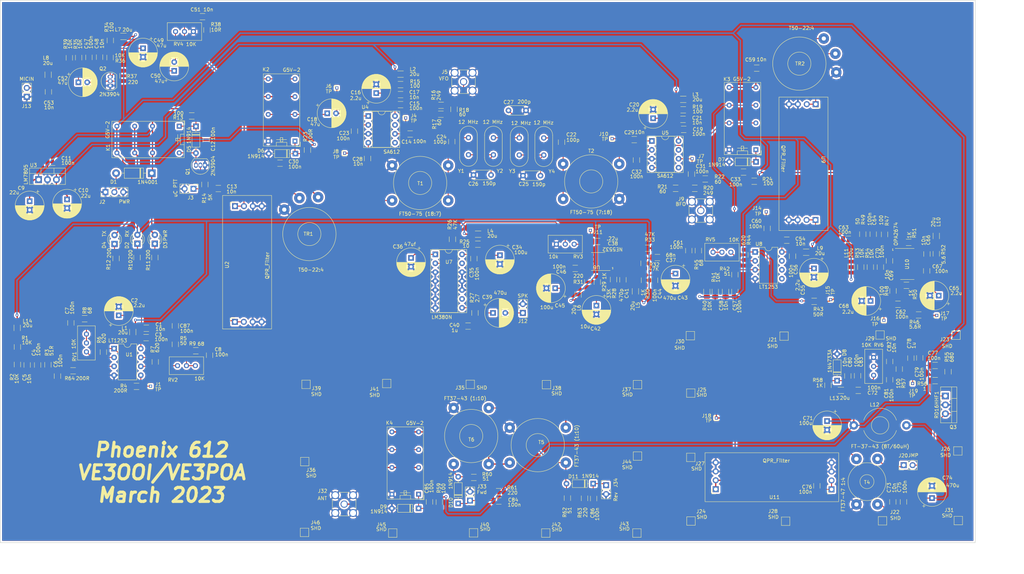
<source format=kicad_pcb>
(kicad_pcb (version 20211014) (generator pcbnew)
  (layers (0 "F.Cu" signal) (31 "B.Cu" signal) (34 "B.Paste" user) (35 "F.Paste" user) (36 "B.SilkS" user "B.Silkscreen") (37 "F.SilkS" user "F.Silkscreen") (38 "B.Mask" user) (39 "F.Mask" user) (44 "Edge.Cuts" user))
  (net 0 "")
  (net 1 "Net-(C4-Pad1)")
  (net 2 "GND")
  (net 3 "Net-(C1-Pad1)")
  (net 4 "Net-(C18-Pad1)")
  (net 5 "Net-(C6-Pad2)")
  (net 6 "Net-(C7-Pad1)")
  (net 7 "Net-(C8-Pad1)")
  (net 8 "Net-(R5-Pad1)")
  (net 9 "Net-(R5-Pad2)")
  (net 10 "Net-(J1-Pad1)")
  (net 11 "Net-(R4-Pad1)")
  (net 12 "Net-(R8-Pad1)")
  (net 13 "Net-(R6-Pad1)")
  (net 14 "Net-(R7-Pad2)")
  (net 15 "Net-(R9-Pad1)")
  (net 16 "IFRFIN")
  (net 17 "RX12V")
  (net 18 "12V")
  (net 19 "5V")
  (net 20 "Net-(C12-Pad1)")
  (net 21 "Net-(C12-Pad2)")
  (net 22 "TX12V")
  (net 23 "Net-(C13-Pad2)")
  (net 24 "Net-(C14-Pad2)")
  (net 25 "Net-(C15-Pad1)")
  (net 26 "Net-(C22-Pad2)")
  (net 27 "Net-(C28-Pad2)")
  (net 28 "Net-(C29-Pad2)")
  (net 29 "Net-(C29-Pad1)")
  (net 30 "Net-(C30-Pad1)")
  (net 31 "Net-(C31-Pad2)")
  (net 32 "Net-(C32-Pad1)")
  (net 33 "Net-(C34-Pad1)")
  (net 34 "Net-(C14-Pad1)")
  (net 35 "Net-(C38-Pad2)")
  (net 36 "Net-(C39-Pad2)")
  (net 37 "Net-(C41-Pad1)")
  (net 38 "Net-(C19-Pad1)")
  (net 39 "Net-(C42-Pad1)")
  (net 40 "Net-(C43-Pad1)")
  (net 41 "Net-(C47-Pad1)")
  (net 42 "Net-(C22-Pad1)")
  (net 43 "Net-(C23-Pad1)")
  (net 44 "Net-(C50-Pad1)")
  (net 45 "Net-(C24-Pad1)")
  (net 46 "Net-(C24-Pad2)")
  (net 47 "Net-(C25-Pad1)")
  (net 48 "Net-(C26-Pad1)")
  (net 49 "Net-(C50-Pad2)")
  (net 50 "Net-(C27-Pad1)")
  (net 51 "Net-(C28-Pad1)")
  (net 52 "IFAFOUT")
  (net 53 "IFPAOUT")
  (net 54 "Net-(C51-Pad2)")
  (net 55 "Net-(C18-Pad2)")
  (net 56 "IFMICIN")
  (net 57 "Net-(J5-Pad1)")
  (net 58 "Net-(L2-Pad2)")
  (net 59 "Net-(L3-Pad2)")
  (net 60 "Net-(C52-Pad1)")
  (net 61 "Net-(C52-Pad2)")
  (net 64 "Net-(C31-Pad1)")
  (net 65 "Net-(C33-Pad1)")
  (net 66 "AF_BIAS")
  (net 67 "Net-(C53-Pad1)")
  (net 68 "Net-(C54-Pad1)")
  (net 69 "Net-(C36-Pad1)")
  (net 70 "Net-(C57-Pad1)")
  (net 71 "Net-(C60-Pad1)")
  (net 72 "Net-(C38-Pad1)")
  (net 73 "Net-(C39-Pad1)")
  (net 74 "Net-(C40-Pad1)")
  (net 75 "AF_12V")
  (net 76 "Net-(L4-Pad2)")
  (net 77 "Net-(L5-Pad2)")
  (net 78 "Net-(C62-Pad2)")
  (net 79 "Net-(C63-Pad2)")
  (net 81 "Net-(C64-Pad2)")
  (net 85 "Net-(C76-Pad2)")
  (net 86 "Net-(C77-Pad1)")
  (net 87 "Net-(C59-Pad2)")
  (net 88 "Net-(C60-Pad2)")
  (net 89 "Net-(C61-Pad1)")
  (net 90 "Net-(C77-Pad2)")
  (net 91 "Net-(C62-Pad1)")
  (net 92 "Net-(L6-Pad2)")
  (net 93 "Net-(C81-Pad1)")
  (net 94 "Net-(C84-Pad1)")
  (net 95 "Net-(C76-Pad1)")
  (net 96 "Net-(C85-Pad1)")
  (net 97 "Net-(D1-Pad2)")
  (net 98 "Net-(D2-Pad1)")
  (net 99 "Net-(C80-Pad1)")
  (net 100 "PA_IN")
  (net 101 "Net-(D3-Pad1)")
  (net 102 "Net-(D4-Pad1)")
  (net 103 "Net-(D10-Pad2)")
  (net 104 "Net-(D11-Pad2)")
  (net 108 "Net-(J9-Pad1)")
  (net 109 "Net-(J20-Pad1)")
  (net 110 "PA_DRIVER_IN")
  (net 111 "Net-(J20-Pad2)")
  (net 112 "ANT_IN")
  (net 113 "U1_12V")
  (net 114 "U1_6V")
  (net 115 "Net-(L13-Pad1)")
  (net 116 "ANT_OUT")
  (net 117 "Net-(U1-Pad3)")
  (net 118 "ANT")
  (net 119 "Net-(K3-Pad13)")
  (net 120 "Net-(L7-Pad2)")
  (net 121 "Net-(L10-Pad1)")
  (net 122 "Net-(L11-Pad1)")
  (net 123 "Net-(Q1-Pad2)")
  (net 124 "Net-(R26-Pad1)")
  (net 125 "M2_12V")
  (net 126 "Net-(C86-Pad1)")
  (net 127 "Net-(R26-Pad2)")
  (net 128 "Net-(R43-Pad1)")
  (net 129 "Net-(R44-Pad1)")
  (net 130 "Net-(R45-Pad1)")
  (net 131 "Net-(R46-Pad1)")
  (net 132 "PA_OUT")
  (net 133 "Net-(R47-Pad2)")
  (net 134 "Net-(R48-Pad2)")
  (net 135 "Net-(Q3-Pad1)")
  (net 145 "Net-(R1-Pad1)")
  (net 146 "Net-(U2-Pad1)")
  (net 147 "Net-(U2-Pad7)")
  (net 148 "Net-(U9-Pad1)")
  (footprint "LED_THT:LED_D3.0mm" (layer "F.Cu") (at 50.8635 105.024 90)
    (fp_text reference "D4")
    (fp_text value "TX")
  )
  (footprint "Resistor_SMD:R_1206_3216Metric" (layer "F.Cu") (at 193.125 115.189 90)
    (fp_text reference "R28")
    (fp_text value "33K")
  )
  (footprint "Capacitor_SMD:C_1206_3216Metric" (layer "F.Cu") (at 182.203 112.014 180)
    (fp_text reference "C46")
    (fp_text value "100n")
  )
  (footprint "Inductor_SMD:L_1206_3216Metric" (layer "F.Cu") (at 183.0285 119.4435 90)
    (fp_text reference "L6")
    (fp_text value "20u")
  )
  (footprint "TestPoint:TestPoint_Pad_2.0x2.0mm" (layer "F.Cu") (at 291.2745 164.084)
    (fp_text reference "J26")
    (fp_text value "SHD")
  )
  (footprint "Capacitor_THT:CP_Radial_D8.0mm_P3.50mm" (layer "F.Cu") (at 210.778 113.472849 -90)
    (fp_text reference "C43")
    (fp_text value "470u")
  )
  (footprint "Capacitor_SMD:C_1206_3216Metric" (layer "F.Cu") (at 259.9055 142.6945 90)
    (fp_text reference "C80")
    (fp_text value "10n")
  )
  (footprint "Potentiometer_THT:Potentiometer_Bourns_3296W_Vertical" (layer "F.Cu") (at 68.2625 44.4265 180)
    (fp_text reference "RV4")
    (fp_text value "10K")
  )
  (footprint "Capacitor_THT:CP_Radial_D8.0mm_P2.50mm" (layer "F.Cu") (at 250.2535 112.014 -90)
    (fp_text reference "C55")
    (fp_text value "2.2u")
  )
  (footprint "Package_SO:SOP-8_3.9x4.9mm_P1.27mm" (layer "F.Cu") (at 188.7435 110.0455 180)
    (fp_text reference "U6")
    (fp_text value "NE5532")
  )
  (footprint "TestPoint:TestPoint_Pad_2.0x2.0mm" (layer "F.Cu") (at 215.138 165.9255)
    (fp_text reference "J27")
    (fp_text value "SHD")
  )
  (footprint "Capacitor_SMD:C_1206_3216Metric" (layer "F.Cu") (at 135.128 73.66 180)
    (fp_text reference "C14")
    (fp_text value "100n")
  )
  (footprint "Resistor_SMD:R_1206_3216Metric" (layer "F.Cu") (at 62.474 138.6715 -90)
    (fp_text reference "R7")
    (fp_text value "620")
  )
  (footprint "Resistor_SMD:R_1206_3216Metric" (layer "F.Cu") (at 227.711 113.792 -90)
    (fp_text reference "R42")
    (fp_text value "51")
  )
  (footprint "TestPoint:TestPoint_Pad_2.0x2.0mm" (layer "F.Cu") (at 130.175 187.5155)
    (fp_text reference "J45")
    (fp_text value "SHD")
  )
  (footprint "TestPoint:TestPoint_Pad_2.0x2.0mm" (layer "F.Cu") (at 215.2015 184.0865)
    (fp_text reference "J24")
    (fp_text value "SHD")
  )
  (footprint "Capacitor_SMD:C_1206_3216Metric" (layer "F.Cu") (at 282.457651 107.8865 90)
    (fp_text reference "C66")
    (fp_text value "10n")
  )
  (footprint "Package_SO:SOIC-14_3.9x8.7mm_P1.27mm" (layer "F.Cu") (at 276.869651 110.744)
    (fp_text reference "U10")
    (fp_text value "OPA2674")
  )
  (footprint "Resistor_SMD:R_1206_3216Metric" (layer "F.Cu") (at 188.4895 115.8875 -90)
    (fp_text reference "R29")
    (fp_text value "1K")
  )
  (footprint "Custom_RF:QRPLabs_Filter_TH" (layer "F.Cu") (at 245.11 169.672 180)
    (fp_text reference "U11")
    (fp_text value "QPR_Filter")
  )
  (footprint "Crystal:Crystal_HC49-4H_Vertical" (layer "F.Cu") (at 166.243 74.766 -90)
    (fp_text reference "Y3")
    (fp_text value "12 MHz")
  )
  (footprint "Capacitor_THT:C_Disc_D4.7mm_W2.5mm_P5.00mm" (layer "F.Cu") (at 163.1715 66.929)
    (fp_text reference "C27")
    (fp_text value "200p")
  )
  (footprint "Connector_PinHeader_1.00mm:PinHeader_1x01_P1.00mm_Vertical" (layer "F.Cu") (at 215.519 80.7085)
    (fp_text reference "J7")
    (fp_text value "TP")
  )
  (footprint "TestPoint:TestPoint_Pad_2.0x2.0mm" (layer "F.Cu") (at 105.0925 167.132)
    (fp_text reference "J36")
    (fp_text value "SHD")
  )
  (footprint "Resistor_SMD:R_1206_3216Metric" (layer "F.Cu") (at 72.875151 68.5005 180)
    (fp_text reference "R13")
    (fp_text value "100")
  )
  (footprint "TestPoint:TestPoint_Pad_2.0x2.0mm" (layer "F.Cu") (at 199.9615 145.161)
    (fp_text reference "J37")
    (fp_text value "SHD")
  )
  (footprint "Custom_RF:QRPLabs_Filter_TH" (layer "F.Cu") (at 90.551 117.094 90)
    (fp_text reference "U2")
    (fp_text value "QPR_Filter")
  )
  (footprint "Diode_THT:D_DO-35_SOD27_P7.62mm_Horizontal" (layer "F.Cu") (at 137.541 180.467 180)
    (fp_text reference "D9")
    (fp_text value "1N914")
  )
  (footprint "Capacitor_SMD:C_1206_3216Metric" (layer "F.Cu") (at 277.876 137.6045 90)
    (fp_text reference "C78")
    (fp_text value "1u")
  )
  (footprint "TestPoint:TestPoint_Pad_2.0x2.0mm" (layer "F.Cu") (at 290.7665 131.064)
    (fp_text reference "J23")
    (fp_text value "SHD")
  )
  (footprint "Transformer_THT:Transformer_Toroid_Horizontal_D14.0mm_Amidon-T50" (layer "F.Cu") (at 179.5135 157.433 180)
    (fp_text reference "T5")
    (fp_text value "FT37-43 (1:10)")
  )
  (footprint "Connector_PinHeader_1.00mm:PinHeader_1x01_P1.00mm_Vertical" (layer "F.Cu") (at 133.858 69.088)
    (fp_text reference "J4")
    (fp_text value "TP")
  )
  (footprint "Capacitor_SMD:C_1206_3216Metric" (layer "F.Cu") (at 153.299 109.215 -90)
    (fp_text reference "C35")
    (fp_text value "100n")
  )
  (footprint "Capacitor_SMD:C_1206_3216Metric" (layer "F.Cu") (at 68.199 128.397 90)
    (fp_text reference "C87")
    (fp_text value "100n")
  )
  (footprint "TestPoint:TestPoint_Pad_2.0x2.0mm" (layer "F.Cu") (at 215.138 147.574)
    (fp_text reference "J25")
    (fp_text value "SHD")
  )
  (footprint "Connector_PinHeader_2.54mm:PinHeader_1x02_P2.54mm_Vertical" (layer "F.Cu") (at 73.3785 89.281 -90)
    (fp_text reference "J3")
    (fp_text value "uC PTT")
  )
  (footprint "Resistor_SMD:R_1206_3216Metric" (layer "F.Cu") (at 105.8545 78.232 90)
    (fp_text reference "R23")
    (fp_text value "100R")
  )
  (footprint "TestPoint:TestPoint_Pad_2.0x2.0mm" (layer "F.Cu") (at 105.029 187.325)
    (fp_text reference "J46")
    (fp_text value "SHD")
  )
  (footprint "Crystal:Crystal_HC49-4H_Vertical" (layer "F.Cu") (at 173.228 79.666 90)
    (fp_text reference "Y4")
    (fp_text value "12 MHz")
  )
  (footprint "Capacitor_SMD:C_1206_3216Metric" (layer "F.Cu") (at 119.253 72.8345 -90)
    (fp_text reference "C23")
    (fp_text value "100n")
  )
  (footprint "Resistor_SMD:R_1206_3216Metric" (layer "F.Cu") (at 222.123 118.618 -90)
    (fp_text reference "R41")
    (fp_text value "10K")
  )
  (footprint "Resistor_SMD:R_1206_3216Metric" (layer "F.Cu") (at 153.289 171.6405 180)
    (fp_text reference "R60")
    (fp_text value "51")
  )
  (footprint "Capacitor_SMD:C_1206_3216Metric" (layer "F.Cu") (at 132.3975 62.4205)
    (fp_text reference "C17")
    (fp_text value "10n")
  )
  (footprint "Capacitor_SMD:C_1206_3216Metric" (layer "F.Cu") (at 214.5665 106.934 90)
    (fp_text reference "C61")
    (fp_text value "100n")
  )
  (footprint "Resistor_SMD:R_1206_3216Metric" (layer "F.Cu") (at 42.3445 126.3525 180)
    (fp_text reference "R8")
    (fp_text value "68")
  )
  (footprint "Diode_THT:D_DO-35_SOD27_P7.62mm_Horizontal" (layer "F.Cu") (at 102.4255 79.248 180)
    (fp_text reference "D6")
    (fp_text value "1N914")
  )
  (footprint "Inductor_SMD:L_1206_3216Metric" (layer "F.Cu") (at 257.937 146.812)
    (fp_text reference "L13")
    (fp_text value "20u")
  )
  (footprint "Capacitor_SMD:C_1206_3216Metric" (layer "F.Cu") (at 267.154151 102.235 90)
    (fp_text reference "C64")
    (fp_text value "100n")
  )
  (footprint "Transformer_THT:Transformer_Toroid_Horizontal_D10.5mm_Amidon-T37" (layer "F.Cu") (at 268.3665 179.347 90)
    (fp_text reference "T4")
    (fp_text value "FT37-47 1:4")
  )
  (footprint "Resistor_SMD:R_1206_3216Metric" (layer "F.Cu") (at 31.867 139.497 90)
    (fp_text reference "R3")
    (fp_text value "51R")
  )
  (footprint "Inductor_SMD:L_1206_3216Metric" (layer "F.Cu") (at 154.5055 102.23)
    (fp_text reference "L4")
    (fp_text value "20u")
  )
  (footprint "Relay_THT:Relay_DPDT_Omron_G5V-2" (layer "F.Cu") (at 137.557 176.434 180)
    (fp_text reference "K4")
    (fp_text value "G5V-2")
  )
  (footprint "Crystal:Crystal_HC49-4H_Vertical" (layer "F.Cu") (at 151.765 74.7025 -90)
    (fp_text reference "Y1")
    (fp_text value "12 MHz")
  )
  (footprint "Capacitor_SMD:C_1206_3216Metric" (layer "F.Cu") (at 282.394151 112.7125 -90)
    (fp_text reference "C67")
    (fp_text value "100n")
  )
  (footprint "Capacitor_THT:CP_Radial_D8.0mm_P2.50mm" (layer "F.Cu") (at 254 155.565349 -90)
    (fp_text reference "C71")
    (fp_text value "100u")
  )
  (footprint "Capacitor_SMD:C_1206_3216Metric" (layer "F.Cu") (at 132.3975 65.278)
    (fp_text reference "C15")
    (fp_text value "100n")
  )
  (footprint "Resistor_SMD:R_1206_3216Metric" (layer "F.Cu") (at 276.615651 116.84)
    (fp_text reference "R50")
    (fp_text value "1K")
  )
  (footprint "Inductor_SMD:L_1206_3216Metric" (layer "F.Cu") (at 53.4035 45.8235 180)
    (fp_text reference "L7")
    (fp_text value "20u")
  )
  (footprint "Capacitor_SMD:C_1206_3216Metric" (layer "F.Cu") (at 271.8435 143.774 -90)
    (fp_text reference "C81")
    (fp_text value "100n")
  )
  (footprint "Connector_PinHeader_1.00mm:PinHeader_1x01_P1.00mm_Vertical" (layer "F.Cu") (at 236.6645 95.885)
    (fp_text reference "J14")
    (fp_text value "TP")
  )
  (footprint "Connector_PinHeader_2.54mm:PinHeader_1x02_P2.54mm_Vertical" (layer "F.Cu") (at 275.839 168.148 90)
    (fp_text reference "J20")
    (fp_text value "JMP")
  )
  (footprint "Resistor_SMD:R_1206_3216Metric" (layer "F.Cu") (at 266.328651 111.633 90)
    (fp_text reference "R54")
    (fp_text value "10K")
  )
  (footprint "Capacitor_THT:CP_Radial_D8.0mm_P2.50mm" (layer "F.Cu") (at 58.9915 49.189 -90)
    (fp_text reference "C49")
    (fp_text value "47u")
  )
  (footprint "Capacitor_SMD:C_1206_3216Metric" (layer "F.Cu") (at 199.019 75.2575)
    (fp_text reference "C29")
    (fp_text value "10n")
  )
  (footprint "Resistor_SMD:R_1206_3216Metric" (layer "F.Cu") (at 216.281 89.154)
    (fp_text reference "R20")
    (fp_text value "249")
  )
  (footprint "Connector_PinHeader_2.54mm:PinHeader_1x02_P2.54mm_Vertical" (layer "F.Cu") (at 191.008 173.863)
    (fp_text reference "J34")
    (fp_text value "Rev")
  )
  (footprint "Inductor_SMD:L_1206_3216Metric" (layer "F.Cu") (at 260.867651 111.633 -90)
    (fp_text reference "L11")
    (fp_text value "20u")
  )
  (footprint "Capacitor_SMD:C_1206_3216Metric" (layer "F.Cu") (at 242.5065 103.9495)
    (fp_text reference "C54")
    (fp_text value "10n")
  )
  (footprint "Capacitor_SMD:C_1206_3216Metric" (layer "F.Cu") (at 236.9185 100.584 -90)
    (fp_text reference "C60")
    (fp_text value "100n")
  )
  (footprint "Resistor_SMD:R_1206_3216Metric" (layer "F.Cu") (at 212.989 66.7485 180)
    (fp_text reference "R19")
    (fp_text value "100")
  )
  (footprint "Custom_RF:TO-220-3" (layer "F.Cu") (at 287.726 148.3995 -90)
    (fp_text reference "Q3")
    (fp_text value "RD16HHF1")
  )
  (footprint "TestPoint:TestPoint_Pad_2.0x2.0mm" (layer "F.Cu") (at 269.113 131.0005)
    (fp_text reference "J29")
    (fp_text value "SHD")
  )
  (footprint "Diode_THT:D_DO-35_SOD27_P7.62mm_Horizontal" (layer "F.Cu") (at 148.844 179.07 90)
    (fp_text reference "D10")
    (fp_text value "1N914")
  )
  (footprint "Resistor_SMD:R_1206_3216Metric" (layer "F.Cu") (at 23.1675 139.4335 -90)
    (fp_text reference "R2")
    (fp_text value "10K")
  )
  (footprint "Package_DIP:DIP-8_W7.62mm" (layer "F.Cu") (at 233.4895 107.315)
    (fp_text reference "U8")
    (fp_text value "LT1253")
  )
  (footprint "Resistor_SMD:R_1206_3216Metric" (layer "F.Cu") (at 219.2655 86.487)
    (fp_text reference "R22")
    (fp_text value "60")
  )
  (footprint "TestPoint:TestPoint_Pad_2.0x2.0mm" (layer "F.Cu") (at 241.7445 131.318)
    (fp_text reference "J21")
    (fp_text value "SHD")
  )
  (footprint "Potentiometer_THT:Potentiometer_Bourns_3296W_Vertical" (layer "F.Cu") (at 226.568 107.3785)
    (fp_text reference "RV5")
    (fp_text value "10K")
  )
  (footprint "Capacitor_SMD:C_1206_3216Metric" (layer "F.Cu") (at 284.7975 139.7 180)
    (fp_text reference "C77")
    (fp_text value "100n")
  )
  (footprint "Resistor_SMD:R_1206_3216Metric" (layer "F.Cu") (at 230.5585 108.1305 90)
    (fp_text reference "R44")
    (fp_text value "620")
  )
  (footprint "Capacitor_SMD:C_1206_3216Metric" (layer "F.Cu") (at 227.711 118.618 -90)
    (fp_text reference "C57")
    (fp_text value "100n")
  )
  (footprint "Package_DIP:DIP-14_W7.62mm_Socket" (layer "F.Cu") (at 142.3135 108.0085)
    (fp_text reference "U7")
    (fp_text value "LM380N")
  )
  (footprint "Resistor_SMD:R_1206_3216Metric" (layer "F.Cu") (at 219.71 118.618 90)
    (fp_text reference "R40")
    (fp_text value "10K")
  )
  (footprint "Resistor_SMD:R_1206_3216Metric" (layer "F.Cu") (at 270.392651 102.2985 -90)
    (fp_text reference "R47")
    (fp_text value "100")
  )
  (footprint "Resistor_SMD:R_1206_3216Metric" (layer "F.Cu") (at 62.357 108.8975 -90)
    (fp_text reference "R11")
    (fp_text value "200")
  )
  (footprint "Inductor_SMD:L_1206_3216Metric" (layer "F.Cu") (at 285.124651 102.743 90)
    (fp_text reference "L10")
    (fp_text value "20u")
  )
  (footprint "TestPoint:TestPoint_Pad_2.0x2.0mm" (layer "F.Cu") (at 173.99 145.161)
    (fp_text reference "J38")
    (fp_text value "SHD")
  )
  (footprint "Custom_RF:QRPLabs_Filter_TH" (layer "F.Cu") (at 245.364 75.311 -90)
    (fp_text reference "U9")
    (fp_text value "QPR_Filter")
  )
  (footprint "Capacitor_SMD:C_1206_3216Metric" (layer "F.Cu") (at 199.644 81.0895 -90)
    (fp_text reference "C32")
    (fp_text value "100n")
  )
  (footprint "Resistor_SMD:R_1206_3216Metric" (layer "F.Cu") (at 254.254 145.3515 90)
    (fp_text reference "R58")
    (fp_text value "1K")
  )
  (footprint "Potentiometer_THT:Potentiometer_Bourns_3296W_Vertical" (layer "F.Cu") (at 181.8955 105.0925)
    (fp_text reference "RV3")
    (fp_text value "10k")
  )
  (footprint "Diode_THT:D_DO-35_SOD27_P7.62mm_Horizontal" (layer "F.Cu") (at 187.325 173.4185 180)
    (fp_text reference "D11")
    (fp_text value "1N914")
  )
  (footprint "Capacitor_THT:CP_Radial_D8.0mm_P2.50mm" (layer "F.Cu") (at 125.476 61.985651 90)
    (fp_text reference "C16")
    (fp_text value "2.2u")
  )
  (footprint "Connector_PinHeader_2.54mm:PinHeader_1x03_P2.54mm_Vertical" (layer "F.Cu") (at 48.275 90.2335 90)
    (fp_text reference "J2")
    (fp_text value "PWR")
  )
  (footprint "Capacitor_SMD:C_1206_3216Metric" (layer "F.Cu") (at 262.6995 142.631 90)
    (fp_text reference "C83")
    (fp_text value "100n")
  )
  (footprint "Resistor_SMD:R_1206_3216Metric" (layer "F.Cu") (at 184.8485 177.6095 90)
    (fp_text reference "R63")
    (fp_text value "220")
  )
  (footprint "Resistor_SMD:R_1206_3216Metric" (layer "F.Cu") (at 263.598151 111.633 -90)
    (fp_text reference "R53")
    (fp_text value "10K")
  )
  (footprint "Connector_Coaxial:SMA_Amphenol_901-144_Vertical" (layer "F.Cu") (at 116.332 179.2605)
    (fp_text reference "J32")
    (fp_text value "ANT")
  )
  (footprint "Capacitor_SMD:C_1206_3216Metric" (layer "F.Cu") (at 205.6345 108.9025 180)
    (fp_text reference "C37")
    (fp_text value "68n")
  )
  (footprint "Capacitor_THT:CP_Radial_D8.0mm_P2.50mm" (layer "F.Cu") (at 37.338 92.3215 -90)
    (fp_text reference "C10")
    (fp_text value "22u")
  )
  (footprint "Capacitor_SMD:C_1206_3216Metric" (layer "F.Cu") (at 244.1575 108.5215 -90)
    (fp_text reference "C56")
    (fp_text value "100n")
  )
  (footprint "Connector_Coaxial:SMA_Amphenol_901-144_Vertical" (layer "F.Cu") (at 150.368 58.7375)
    (fp_text reference "J5")
    (fp_text value "VFO")
  )
  (footprint "TestPoint:TestPoint_Pad_2.0x2.0mm" (layer "F.Cu") (at 199.9615 165.5445)
    (fp_text reference "J44")
    (fp_text value "SHD")
  )
  (footprint "Resistor_SMD:R_1206_3216Metric" (layer "F.Cu") (at 23.1675 134.417 -90)
    (fp_text reference "R1")
    (fp_text value "10K")
  )
  (footprint "Resistor_SMD:R_1206_3216Metric" (layer "F.Cu") (at 51.308 109.1515 -90)
    (fp_text reference "R12")
    (fp_text value "200")
  )
  (footprint "Capacitor_SMD:C_1206_3216Metric" (layer "F.Cu") (at 262.89 146.812)
    (fp_text reference "C72")
    (fp_text value "100n")
  )
  (footprint "Resistor_SMD:R_1206_3216Metric" (layer "F.Cu") (at 143.891 68.0085)
    (fp_text reference "R17")
    (fp_text value "60")
  )
  (footprint "Diode_THT:D_DO-35_SOD27_P7.62mm_Horizontal" (layer "F.Cu") (at 256.8575 144.028 90)
    (fp_text reference "D8")
    (fp_text value "1N4733A")
  )
  (footprint "Resistor_SMD:R_1206_3216Metric" (layer "F.Cu") (at 49.657 46.9665 -90)
    (fp_text reference "R34")
    (fp_text value "100")
  )
  (footprint "Capacitor_SMD:C_1206_3216Metric" (layer "F.Cu") (at 271.8435 138.567 90)
    (fp_text reference "C82")
    (fp_text value "10n")
  )
  (footprint "Connector_PinHeader_1.00mm:PinHeader_1x01_P1.00mm_Vertical" (layer "F.Cu") (at 255.016 120.904 90)
    (fp_text reference "J15")
    (fp_text value "TP")
  )
  (footprint "Package_DIP:DIP-8_W7.62mm_Socket" (layer "F.Cu") (at 204.0355 75.6385)
    (fp_text reference "U5")
    (fp_text value "SA612")
  )
  (footprint "TestPoint:TestPoint_Pad_2.0x2.0mm" (layer "F.Cu") (at 199.771 187.5155)
    (fp_text reference "J43")
    (fp_text value "SHD")
  )
  (footprint "Capacitor_SMD:C_1206_3216Metric" (layer "F.Cu") (at 98.044 81.9785 180)
    (fp_text reference "C30")
    (fp_text value "100n")
  )
  (footprint "Capacitor_SMD:C_1206_3216Metric" (layer "F.Cu") (at 260.0325 103.6955)
    (fp_text reference "C63")
    (fp_text value "100n")
  )
  (footprint "Connector_PinHeader_1.00mm:PinHeader_1x01_P1.00mm_Vertical" (layer "F.Cu") (at 270.1925 126.8095)
    (fp_text reference "J16")
    (fp_text value "TP")
  )
  (footprint "Connector_PinHeader_2.54mm:PinHeader_1x02_P2.54mm_Vertical" (layer "F.Cu") (at 25.8445 63.037 180)
    (fp_text reference "J13")
    (fp_text value "MICIN")
  )
  (footprint "Capacitor_SMD:C_1206_3216Metric" (layer "F.Cu") (at 212.9255 69.479)
    (fp_text reference "C21")
    (fp_text value "10n")
  )
  (footprint "Capacitor_THT:CP_Radial_D8.0mm_P2.50mm" (layer "F.Cu") (at 176.497651 117.6655 180)
    (fp_text reference "C45")
    (fp_text value "100u")
  )
  (footprint "Connector_PinHeader_2.54mm:PinHeader_1x02_P2.54mm_Vertical" (layer "F.Cu") (at 152.2095 178.2495 180)
    (fp_text reference "J33")
    (fp_text value "Fwd")
  )
  (footprint "Resistor_SMD:R_1206_3216Metric" (layer "F.Cu") (at 40.64 51.856 -90)
    (fp_text reference "R35")
    (fp_text value "10K")
  )
  (footprint "Capacitor_SMD:C_1206_3216Metric" (layer "F.Cu") (at 28.946 139.5605 -90)
    (fp_text reference "C4")
    (fp_text value "100n")
  )
  (footprint "Capacitor_THT:CP_Radial_D8.0mm_P2.50mm" (layer "F.Cu") (at 67.8815 55.626 90)
    (fp_text reference "C50")
    (fp_text value "47u")
  )
  (footprint "Capacitor_SMD:C_1206_3216Metric" (layer "F.Cu") (at 280.416 137.541 90)
    (fp_text reference "C79")
    (fp_text value "100n")
  )
  (footprint "Capacitor_SMD:C_1206_3216Metric" (layer "F.Cu") (at 59.934 129.083)
    (fp_text reference "C1")
    (fp_text value "10n")
  )
  (footprint "Resistor_SMD:R_1206_3216Metric" (layer "F.Cu") (at 250.317 121.412)
    (fp_text reference "R43")
    (fp_text value "50R")
  )
  (footprint "TestPoint:TestPoint_Pad_2.0x2.0mm" (layer "F.Cu") (at 152.273 145.0975)
    (fp_text reference "J35")
    (fp_text value "SHD")
  )
  (footprint "Inductor_SMD:L_1206_3216Metric" (layer "F.Cu") (at 199.348 118.5545 90)
    (fp_text reference "L5")
    (fp_text value "20u")
  )
  (footprint "Inductor_SMD:L_1206_3216Metric" (layer "F.Cu") (at 23.114 128.9685 -90)
    (fp_text reference "L14")
    (fp_text value "20u")
  )
  (footprint "Capacitor_THT:C_Disc_D4.7mm_W2.5mm_P5.00mm" (layer "F.Cu") (at 158.202 85.344 180)
    (fp_text reference "C26")
    (fp_text value "150p")
  )
  (footprint "Resistor_SMD:R_1206_3216Metric" (layer "F.Cu") (at 49.5935 51.856 -90)
    (fp_text reference "R36")
    (fp_text value "10K")
  )
  (footprint "Potentiometer_THT:Potentiometer_Bourns_3296W_Vertical" (layer "F.Cu") (at 42.8525 135.814 -90)
    (fp_text reference "RV1")
    (fp_text value "10K")
  )
  (footprint "Resistor_SMD:R_1206_3216Metric" (layer "F.Cu") (at 272.805651 118.4275 90)
    (fp_text reference "R48")
    (fp_text value "100")
  )
  (footprint "Capacitor_SMD:C_1206_3216Metric" (layer "F.Cu") (at 274.202651 122.2375 180)
    (fp_text reference "C62")
    (fp_text value "100n")
  )
  (footprint "Capacitor_THT:CP_Radial_D8.0mm_P2.50mm" (layer "F.Cu") (at 285.823151 119.761 180)
    (fp_text reference "C65")
    (fp_text value "2.2u")
  )
  (footprint "Capacitor_SMD:C_1206_3216Metric" (layer "F.Cu") (at 33.2105 81.7245 180)
    (fp_text reference "C11")
    (fp_text value "100n")
  )
  (footprint "Relay_THT:Relay_DPDT_Omron_G5V-2" (layer "F.Cu") (at 69.3095 71.4215 -90)
    (fp_text reference "K1")
    (fp_text value "G5V-2")
  )
  (footprint "Resistor_SMD:R_1206_3216Metric" (layer "F.Cu") (at 233.2355 87.122)
    (fp_text reference "R24")
    (fp_text value "100")
  )
  (footprint "Inductor_SMD:L_1206_3216Metric" (layer "F.Cu") (at 31.9405 56.7455 90)
    (fp_text reference "L8")
    (fp_text value "20u")
  )
  (footprint "Connector_PinHeader_1.00mm:PinHeader_1x01_P1.00mm_Vertical" (layer "F.Cu") (at 116.459 79.121)
    (fp_text reference "J8")
    (fp_text value "TP")
  )
  (footprint "Capacitor_SMD:C_1206_3216Metric" (layer "F.Cu") (at 34.5975 142.7355 90)
    (fp_text reference "C6")
    (fp_text value "100n")
  )
  (footprint "Connector_PinHeader_1.00mm:PinHeader_1x01_P1.00mm_Vertical" (layer "F.Cu") (at 114.2365 60.5155)
    (fp_text reference "J6")
    (fp_text value "TP")
  )
  (footprint "Capacitor_SMD:C_1206_3216Metric" (layer "F.Cu") (at 272.7325 178.6255 90)
    (fp_text reference "C73")
    (fp_text value "10n")
  )
  (footprint "Connector_PinHeader_2.54mm:PinHeader_1x02_P2.54mm_Vertical" (layer "F.Cu") (at 167.269 124.714 180)
    (fp_text reference "J12")
    (fp_text value "SPK")
  )
  (footprint "Connector_Coaxial:SMA_Amphenol_901-144_Vertical" (layer "F.Cu") (at 217.9955 95.504)
    (fp_text reference "J9")
    (fp_text value "BFO")
  )
  (footprint "Capacitor_SMD:C_1206_3216Metric" (layer "F.Cu") (at 233.934 54.864)
    (fp_text reference "C59")
    (fp_text value "10n")
  )
  (footprint "Resistor_SMD:R_1206_3216Metric" (layer "F.Cu") (at 201.8245 110.5535 -90)
    (fp_text reference "R32")
    (fp_text value "47K")
  )
  (footprint "Resistor_SMD:R_1206_3216Metric" (layer "F.Cu") (at 47.6785 135.8775 90)
    (fp_text reference "R6")
    (fp_text value "620")
  )
  (footprint "Connector_PinHeader_1.00mm:PinHeader_1x01_P1.00mm_Vertical" (layer "F.Cu") (at 278.384 144.8435 -90)
    (fp_text reference "J19")
    (fp_text value "TP")
  )
  (footprint "Resistor_SMD:R_1206_3216Metric" (layer "F.Cu") (at 132.3975 59.563 180)
    (fp_text reference "R15")
    (fp_text value "100")
  )
  (footprint "Capacitor_SMD:C_1206_3216Metric" (layer "F.Cu") (at 151.648 128.4555 180)
    (fp_text reference "C40")
    (fp_text value "1u")
  )
  (footprint "Capacitor_SMD:C_1206_3216Metric" (layer "F.Cu") (at 225.044 118.618 -90)
    (fp_text reference "C58")
    (fp_text value "10n")
  )
  (footprint "Capacitor_SMD:C_1206_3216Metric" (layer "F.Cu") (at 59.8705 131.75)
    (fp_text reference "C3")
    (fp_text value "100n")
  )
  (footprint "Inductor_SMD:L_1206_3216Metric" (layer "F.Cu") (at 132.3975 56.5785)
    (fp_text reference "L2")
    (fp_text value "20u")
  )
  (footprint "Capacitor_THT:CP_Radial_D8.0mm_P3.50mm" (layer "F.Cu") (at 283.9085 177.547651 90)
    (fp_text reference "C74")
    (fp_text value "470u")
  )
  (footprint "Capacitor_SMD:C_1206_3216Metric_Pad1.33x1.80mm_HandSolder" (layer "F.Cu") (at 188.553 104.3305 180)
    (fp_text reference "C38")
    (fp_text value ".22u")
  )
  (footprint "Package_TO_SOT_THT:TO-92_Inline" (layer "F.Cu") (at 76.612 82.555 180)
    (fp_text reference "Q1")
    (fp_text value "2N3904")
  )
  (footprint "Capacitor_SMD:C_1206_3216Metric" (layer "F.Cu") (at 178.308 75.9925 -90)
    (fp_text reference "C22")
    (fp_text value "100p")
  )
  (footprint "TestPoint:TestPoint_Pad_2.0x2.0mm" (layer "F.Cu") (at 269.8115 184.023)
    (fp_text reference "J22")
    (fp_text value "SHD")
  )
  (footprint "Resistor_SMD:R_1206_3216Metric" (layer "F.Cu") (at 160.3865 175.7045 180)
    (fp_text reference "R61")
    (fp_text value "220")
  )
  (footprint "Connector_PinHeader_1.00mm:PinHeader_1x01_P1.00mm_Vertical" (layer "F.Cu") (at 222.4405 154.686)
    (fp_text reference "J18")
    (fp_text value "TP")
  )
  (footprint "Resistor_SMD:R_1206_3216Metric" (layer "F.Cu") (at 143.9545 65.4685)
    (fp_text reference "R16")
    (fp_text value "249")
  )
  (footprint "Capacitor_THT:CP_Radial_D8.0mm_P2.50mm" (layer "F.Cu") (at 40.566849 58.9045)
    (fp_text reference "C52")
    (fp_text value "47u")
  )
  (footprint "Capacitor_SMD:C_1206_3216Metric" (layer "F.Cu") (at 25.9615 139.5605 -90)
    (fp_text reference "C5")
    (fp_text value "10n")
  )
  (footprint "Custom_RF:T50-1Tap-Close" (layer "F.Cu") (at 107.8865 90.664 -90)
    (fp_text reference "TR1")
    (fp_text value "T50-22:4")
  )
  (footprint "Resistor_SMD:R_1206_3216Metric" (layer "F.Cu") (at 74.031 135.509)
    (fp_text reference "R9")
    (fp_text value "68")
  )
  (footprint "Resistor_SMD:R_1206_3216Metric" (layer "F.Cu") (at 77.216 43.982 90)
    (fp_text reference "R38")
    (fp_text value "10R")
  )
  (footprint "Transformer_THT:Transformer_Toroid_Horizontal_D14.0mm_Amidon-T50" (layer "F.Cu") (at 129.9855 92.63)
    (fp_text reference "T1")
    (fp_text value "FT50-75 (18:7)")
  )
  (footprint "Capacitor_THT:CP_Radial_D8.0mm_P2.50mm" (layer "F.Cu") (at 111.506 67.7545)
    (fp_text reference "C18")
    (fp_text value "47u")
  )
  (footprint "Resistor_SMD:R_1206_3216Metric" (layer "F.Cu") (at 57.14 145.669)
    (fp_text reference "R4")
    (fp_text value "200R")
  )
  (footprint "TestPoint:TestPoint_Pad_2.0x2.0mm" (layer "F.Cu") (at 291.4015 183.9595)
    (fp_text reference "J31")
    (fp_text value "SHD")
  )
  (footprint "TestPoint:TestPoint_Pad_2.0x2.0mm" (layer "F.Cu") (at 215.011 131.191)
    (fp_text reference "J30")
    (fp_text value "SHD")
  )
  (footprint "TestPoint:TestPoint_Pad_2.0x2.0mm" (layer "F.Cu") (at 173.7995 187.5155)
    (fp_text reference "J42")
    (fp_text value "SHD")
  )
  (footprint "Capacitor_THT:CP_Radial_D8.0mm_P2.50mm" (layer "F.Cu") (at 204.4165 69.1615 90)
    (fp_text reference "C20")
    (fp_text value "2.2u")
  )
  (footprint "Capacitor_SMD:C_1206_3216Metric" (layer "F.Cu") (at 122.9995 80.645 -90)
    (fp_text reference "C28")
    (fp_text value "10n")
  )
  (footprint "Resistor_SMD:R_1206_3216Metric" (layer "F.Cu") (at 285.124651 107.823 -90)
    (fp_text reference "R52")
    (fp_text value "5.6")
  )
  (footprint "Capacitor_SMD:C_1206_3216Metric" (layer "F.Cu") (at 32.004 61.635 -90)
    (fp_text reference "C53")
    (fp_text value "10n")
  )
  (footprint "Resistor_SMD:R_1206_3216Metric" (layer "F.Cu") (at 57.277 108.8975 -90)
    (fp_text reference "R10")
    (fp_text value "200")
  )
  (footprint "Capacitor_SMD:C_1206_3216Metric" (layer "F.Cu") (at 204.809 115.3795 -90)
    (fp_text reference "C44")
    (fp_text value "100n")
  )
  (footprint "Capacitor_SMD:C_1206_3216Metric" (layer "F.Cu") (at 75.946 40.181651)
    (fp_text reference "C51")
    (fp_text value "10n")
  )
  (footprint "Resistor_SMD:R_1206_3216Metric" (layer "F.Cu") (at 39.0545 141.224)
    (fp_text reference "R64")
    (fp_text value "200R")
  )
  (footprint "Resistor_SMD:R_1206_3216Metric" (layer "F.Cu") (at 277.250651 104.5845)
    (fp_text reference "R51")
    (fp_text value "1K")
  )
  (footprint "Diode_THT:D_DO-35_SOD27_P7.62mm_Horizontal" (layer "F.Cu") (at 74.072 71.485 -90)
    (fp_text reference "D5")
    (fp_text value "1N914")
  )
  (footprint "Connector_PinHeader_1.00mm:PinHeader_1x01_P1.00mm_Vertical" (layer "F.Cu") (at 61.1405 145.6055)
    (fp_text reference "J1")
    (fp_text value "TP")
  )
  (footprint "Resistor_SMD:R_1206_3216Metric" (layer "F.Cu") (at 280.108151 125.2855)
    (fp_text reference "R46")
    (fp_text value "5.6R")
  )
  (footprint "Resistor_SMD:R_1206_3216Metric" (layer "F.Cu") (at 274.574 140.726 90)
    (fp_text reference "R57")
    (fp_text value "100")
  )
  (footprint "Crystal:Crystal_HC49-4H_Vertical" (layer "F.Cu") (at 158.877 79.6025 90)
    (fp_text reference "Y2")
    (fp_text value "12 MHz")
  )
  (footprint "Capacitor_SMD:C_1206_3216Metric" (layer "F.Cu") (at 77.968 136.779 -90)
    (fp_text reference "C8")
    (fp_text value "100n")
  )
  (footprint "Capacitor_SMD:C_1206_3216Metric" (layer "F.Cu") (at 251.079 174.039 -90)
    (fp_text reference "C76")
    (fp_text value "100n")
  )
  (footprint "Capacitor_THT:CP_Radial_D8.0mm_P2.50mm" (layer "F.Cu") (at 26.67 92.827349 -90)
    (fp_text reference "C9")
    (fp_text value "22u")
  )
  (footprint "Capacitor_SMD:C_1206_3216Metric" (layer "F.Cu") (at 269.186151 111.633 90)
    (fp_text reference "C70")
    (fp_text value "100n")
  )
  (footprint "LED_THT:LED_D3.0mm" (layer "F.Cu") (at 62.357 104.9655 90)
    (fp_text reference "D3")
    (fp_text value "PWR")
  )
  (footprint "Relay_THT:Relay_DPDT_Omron_G5V-2" (layer "F.Cu") (at 233.696 78.136 180)
    (fp_text reference "K3")
    (fp_text value "G5V-2")
  )
  (footprint "Resistor_SMD:R_1206_3216Metric" (layer "F.Cu") (at 217.297 106.934 -90)
    (fp_text reference "R45")
    (fp_text value "68")
  )
  (footprint "Package_TO_SOT_THT:TO-220-3_Vertical" (layer "F.Cu") (at 29.21 86.67)
    (fp_text reference "U3")
    (fp_text value "LM7805")
  )
  (footprint "Resistor_SMD:R_1206_3216Metric" (layer "F.Cu") (at 179.959 177.548 90)
    (fp_text reference "R62")
    (fp_text value "51")
  )
  (footprint "Capacitor_SMD:C_1206_3216Metric" (layer "F.Cu") (at 275.7805 178.6255 90)
    (fp_text reference "C75")
    (fp_text value "100n")
  )
  (footprint "Capacitor_SMD:C_1206_3216Metric" (layer "F.Cu") (at 187.452 177.673 -90)
    (fp_text reference "C86")
    (fp_text value "100n")
  )
  (footprint "Capacitor_SMD:C_1206_3216Metric" (layer "F.Cu") (at 230.1875 84.5185 180)
    (fp_text reference "C33")
    (fp_text value "100n")
  )
  (footprint "Package_DIP:DIP-8_W7.62mm" (layer "F.Cu") (at 50.7365 134.8715)
    (fp_text reference "U1")
    (fp_text value "LT1253")
  )
  (footprint "Resistor_SMD:R_1206_3216Metric" (layer "F.Cu") (at 76.612 88.0585 -90)
    (fp_text reference "R14")
    (fp_text value "5K")
  )
  (footprint "TestPoint:TestPoint_Pad_2.0x2.0mm" (layer "F.Cu") (at 242.189 184.15)
    (fp_text reference "J28")
    (fp_text value "SHD")
  )
  (footprint "Transformer_THT:Transformer_Toroid_Horizontal_D14.0mm_Amidon-T50" (layer "F.Cu") (at 178.7535 92.1855)
    (fp_text reference "T2")
    (fp_text value "FT50-75 (7:18)")
  )
  (footprint "Resistor_SMD:R_1206_3216Metric" (layer "F.Cu") (at 264.169651 102.235 -90)
    (fp_text reference "R49")
    (fp_text value "50")
  )
  (footprint "Inductor_SMD:L_1206_3216Metric" (layer "F.Cu") (at 212.989 63.764)
    (fp_text reference "L3")
    (fp_text value "20u")
  )
  (footprint "Capacitor_SMD:C_1206_3216Metric" (layer "F.Cu") (at 215.3285 85.09 90)
    (fp_text reference "C31")
    (fp_text value "100n")
  )
  (footprint "Connector_PinHeader_1.00mm:PinHeader_1x01_P1.00mm_Vertical" (layer "F.Cu") (at 192.7225 74.9935)
    (fp_text reference "J10")
    (fp_text value "TP")
  )
  (footprint "Resistor_SMD:R_1206_3216Metric" (layer "F.Cu") (at 153.6165 124.709 -90)
    (fp_text reference "R27")
    (fp_text value "2.7")
  )
  (footprint "Custom_RF:T50-1Tap-Close" (layer "F.Cu") (at 257.6335 55.0545 180)
    (fp_text reference "TR2")
    (fp_text value "T50-22:4")
  )
  (footprint "Capacitor_SMD:C_1206_3216Metric" (layer "F.Cu") (at 195.792 115.2525 90)
    (fp_text reference "C41")
    (fp_text value "470p")
  )
  (footprint "TestPoint:TestPoint_Pad_2.0x2.0mm" (layer "F.Cu") (at 128.4605 144.8435)
    (fp_text reference "J41")
    (fp_text value "SHD")
  )
  (footprint "Resistor_SMD:R_1206_3216Metric" (layer "F.Cu") (at 154.444 105.0875 180)
    (fp_text reference "R25")
    (fp_text value "10")
  )
  (footprint "Connector_PinHeader_1.00mm:PinHeader_1x01_P1.00mm_Vertical" (layer "F.Cu") (at 285.251651 125.4125 90)
    (fp_text reference "J17")
    (fp_text value "TP")
  )
  (footprint "Capacitor_THT:CP_Radial_D8.0mm_P2.50mm" (layer "F.Cu") (at 266.392151 121.285 180)
    (fp_text reference "C68")
    (fp_text value "2.2u")
  )
  (footprint "Capacitor_SMD:C_1206_3216Metric" (layer "F.Cu") (at 80.4545 89.2175 180)
    (fp_text reference "C13")
    (fp_text value "10n")
  )
  (footprint "Capacitor_THT:CP_Radial_D8.0mm_P2.50mm" (layer "F.Cu") (at 135.392 109.014849 -90)
    (fp_text reference "C36")
    (fp_text value "47uf")
  )
  (footprint "Resistor_SMD:R_1206_3216Metric" (layer "F.Cu") (at 37.973 51.9195 90)
    (fp_text reference "R39")
    (fp_text value "10K")
  )
  (footprint "TestPoint:TestPoint_Pad_2.0x2.0mm" (layer "F.Cu") (at 105.4735 145.0975)
    (fp_text reference "J39")
    (fp_text value "SHD")
  )
  (footprint "Capacitor_THT:CP_Radial_D8.0mm_P3.50mm" (layer "F.Cu") (at 158.758349 124.709)
    (fp_text reference "C39")
    (fp_text value "470u")
  )
  (footprint "Resistor_SMD:R_1206_3216Metric" (layer "F.Cu") (at 288.4805 141.478 90)
    (fp_text reference "R55")
    (fp_text value "680")
  )
  (footprint "Resistor_SMD:R_1206_3216Metric" (layer "F.Cu") (at 143.4465 178.689 90)
    (fp_text reference "R59")
    (fp_text value "100")
  )
  (footprint "Capacitor_SMD:C_1206_3216Metric" (layer "F.Cu") (at 213.116 72.3365)
    (fp_text reference "C19")
    (fp_text value "100n")
  )
  (footprint "Package_DIP:DIP-8_W7.62mm_Socket" (layer "F.Cu") (at 123.2 68.5265)
    (fp_text reference "U4")
    (fp_text value "SA612")
  )
  (footprint "Relay_THT:Relay_DPDT_Omron_G5V-2" (layer "F.Cu") (at 102.2985 75.692 180)
    (fp_text reference "K2")
    (fp_text value "G5V-2")
  )
  (footprint "Potentiometer_THT:Potentiometer_Bourns_3296W_Vertical" (layer "F.Cu") (at 267.2715 137.414 90)
    (fp_text reference "RV6")
    (fp_text value "10K")
  )
  (footprint "Resistor_SMD:R_1206_3216Metric" (layer "F.Cu") (at 185.759 115.8875 90)
    (fp_text reference "R31")
    (fp_text value "220")
  )
  (footprint "Capacitor_SMD:C_1206_3216Metric" (layer "F.Cu") (at 76.993 75.295 -90)
    (fp_text reference "C12")
    (fp_text value "100n")
  )
  (footprint "Capacitor_SMD:C_1206_3216Metric" (layer "F.Cu") (at 271.789651 109.855 -90)
    (fp_text reference "C69")
    (fp_text value "10n")
  )
  (footprint "Capacitor_SMD:C_1206_3216Metric" (layer "F.Cu") (at 38.4075 127.559 -90)
    (fp_text reference "C7")
    (fp_text value "100n")
  )
  (footprint "Capacitor_THT:CP_Radial_D8.0mm_P2.50mm" (layer "F.Cu") (at 52.06 125.409651 90)
    (fp_text reference "C2")
    (fp_text value "2.2u")
  )
  (footprint "Potentiometer_THT:Potentiometer_Bourns_3296W_Vertical" (layer "F.Cu") (at 68.824 139.7635 180)
    (fp_text reference "RV2")
    (fp_text value "10K")
  )
  (footprint "Diode_THT:D_DO-41_SOD81_P10.16mm_Horizontal" (layer "F.Cu") (at 61.468 84.836 180)
    (fp_text reference "D1")
    (fp_text value "1N4001")
  )
  (footprint "Capacitor_SMD:C_1206_3216Metric" (layer "F.Cu") (at 46.609 51.729 -90)
    (fp_text reference "C48")
    (fp_text value "10n")
  )
  (footprint "Connector_PinHeader_1.00mm:PinHeader_1x01_P1.00mm_Vertical" (layer "F.Cu") (at 186.521 101.1555 180)
    (fp_text reference "J11")
    (fp_text value "TP")
  )
  (footprint "Inductor_THT:L_Toroid_Horizontal_D9.5mm_P15.00mm_Diameter10-5mm_Amidon-T37" (layer "F.Cu") (at 261.613 156.7815)
    (fp_text reference "L12")
    (fp_text value "FT-37-43 (8T/60uH)")
  )
  (footprint "Inductor_SMD:L_1206_3216Metric" (layer "F.Cu") (at 248.031 107.3785 180)
    (fp_text reference "L9")
    (fp_text value "20u")
  )
  (footprint "Resistor_SMD:R_1206_3216Metric" (layer "F.Cu") (at 147.6375 66.6115 -90)
    (fp_text reference "R18")
    (fp_text value "60")
  )
  (footprint "Inductor_SMD:L_1206_3216Metric" (layer "F.Cu") (at 56.0605 130.1625 -90)
    (fp_text reference "L1")
    (fp_text value "20u")
  )
  (footprint "Capacitor_THT:C_Disc_D4.7mm_W2.5mm_P5.00mm" (layer "F.Cu") (at 172.299 85.5345 180)
    (fp_text reference "C25")
    (fp_text value "150p")
  )
  (footprint "Capacitor_SMD:C_1206_3216Metric" (layer "F.Cu") (at 160.401 178.3715)
    (fp_text reference "C84")
    (fp_text value "100n")
  )
  (footprint "Resistor_SMD:R_1206_3216Metric" (layer "F.Cu") (at 68.189 133.6675 90)
    (fp_text reference "R5")
    (fp_text value "50")
  )
  (footprint "Capacitor_THT:CP_Radial_D8.0mm_P2.50mm" (layer "F.Cu") (at 160.7285 108.2625 -90)
    (fp_text reference "C34")
    (fp_text value "100u")
  )
  (footprint "Resistor_SMD:R_1206_3216Metric" (layer "F.Cu") (at 202.904 106.2355)
    (fp_text reference "R33")
    (fp_text value "47K")
  )
  (footprint "TestPoint:TestPoint_Pad_2.0x2.0mm" (layer "F.Cu") (at 153.2255 187.452)
    (fp_text reference "J40")
    (fp_text value "SHD")
  )
  (footprint "Resistor_SMD:R_1206_3216Metric" (layer "F.Cu") (at 53.2765 57.063 90)
    (fp_text reference "R37")
    (fp_text value "220")
  )
  (footprint "Capacitor_SMD:C_1206_3216Metric" (layer "F.Cu") (at 147.0025 75.8165 90)
    (fp_text reference "C24")
    (fp_text value "100p")
  )
  (footprint "LED_THT:LED_D3.0mm" (layer "F.Cu") (at 57.394349 104.9605 90)
    (fp_text reference "D2")
    (fp_text value "RX")
  )
  (footprint "Resistor_SMD:R_1206_3216Metric" (layer "F.Cu") (at 210.82 89.154 180)
    (fp_text reference "R21")
    (fp_text value "60")
  )
  (footprint "Resistor_SMD:R_1206_3216Metric" (layer "F.Cu") (at 201.9515 115.3795 90)
    (fp_text reference "R30")
    (fp_text value "1K")
  )
  (footprint "Package_TO_SOT_THT:TO-92_Inline" (layer "F.Cu") (at 49.636 59.857 90)
    (fp_text reference "Q2")
    (fp_text value "2N3904")
  )
  (footprint "Capacitor_SMD:C_1206_3216Metric" (layer "F.Cu") (at 43.561 51.7925 -90)
    (fp_text reference "C47")
    (fp_text value "100n")
  )
  (footprint "Resistor_SMD:R_1206_3216Metric" (layer "F.Cu") (at 147.193 103.6955 -90)
    (fp_text reference "R26")
    (fp_text value "47K")
  )
  (footprint "Diode_THT:D_DO-35_SOD27_P7.62mm_Horizontal" (layer "F.Cu") (at 233.7435 81.5975 180)
    (fp_text reference "D7")
    (fp_text value "1N914")
  )
  (footprint "Capacitor_THT:CP_Radial_D8.0mm_P2.50mm" (layer "F.Cu") (at 188.2355 122.608849 -90)
    (fp_text reference "C42")
    (fp_text value "10u")
  )
  (footprint "Transformer_THT:Transformer_Toroid_Horizontal_D14.0mm_Amidon-T50" (layer "F.Cu") (at 157.5435 167.8305 90)
    (fp_text reference "T6")
    (fp_text value "FT37-43 (1:10)")
  )
  (footprint "Resistor_SMD:R_1206_3216Metric" (layer "F.Cu") (at 284.7975 144.018)
    (fp_text reference "R56")
    (fp_text value "1")
  )
  (footprint "Capacitor_SMD:C_1206_3216Metric" (layer "F.Cu") (at 140.6525 178.6255 90)
    (fp_text reference "C85")
    (fp_text value "100n")
  )
  (gr_rect (start 18.288 35.4965) (end 296.2275 190.246) (layer "Edge.Cuts") (width 0.15) (fill none))
  (gr_text "1" (at 272.742151 106.6675) (layer "F.SilkS") (effects (font (size 0.5 0.5) (thickness 0.125))))
  (gr_text "1" (at 192.8495 111.9505 180) (layer "F.SilkS") (effects (font (size 0.5 0.5) (thickness 0.125))))
  (gr_text "Phoenix 612\nVE3OOI/VE3POA\nMarch 2023" (at 64.262 170.2435) (layer "F.SilkS") (effects (font (size 4 4) (thickness 0.875) italic)))
  (segment (start 23.1675 135.8795) (end 23.1675 137.971) (width 0.25) (layer "F.Cu") (net 1))
  (segment (start 25.847 137.971) (end 25.9615 138.0855) (width 0.25) (layer "F.Cu") (net 1))
  (segment (start 31.816 138.0855) (end 31.867 138.0345) (width 0.25) (layer "F.Cu") (net 1))
  (segment (start 23.1675 137.971) (end 25.847 137.971) (width 0.25) (layer "F.Cu") (net 1))
  (segment (start 25.9615 138.0855) (end 28.946 138.0855) (width 0.25) (layer "F.Cu") (net 1))
  (segment (start 28.946 138.0855) (end 31.816 138.0855) (width 0.25) (layer "F.Cu") (net 1))
  (segment (start 274.394651 110.744) (end 273.4945 110.744) (width 0.2) (layer "F.Cu") (net 2))
  (segment (start 273.4945 110.744) (end 272.796 110.0455) (width 0.2) (layer "F.Cu") (net 2))
  (segment (start 272.796 110.0455) (end 269.298651 110.0455) (width 0.2) (layer "F.Cu") (net 2))
  (segment (start 269.298651 110.0455) (end 269.186151 110.158) (width 0.2) (layer "F.Cu") (net 2))
  (segment (start 58.036151 125.409651) (end 58.547 125.9205) (width 0.25) (layer "F.Cu") (net 3))
  (segment (start 58.383 131.7375) (end 58.3955 131.75) (width 0.25) (layer "F.Cu") (net 3))
  (segment (start 58.547 125.9205) (end 58.547 128.995) (width 0.25) (layer "F.Cu") (net 3))
  (segment (start 56.0605 131.7375) (end 58.383 131.7375) (width 0.25) (layer "F.Cu") (net 3))
  (segment (start 58.3955 131.75) (end 58.3565 131.789) (width 0.25) (layer "F.Cu") (net 3))
  (segment (start 52.06 125.409651) (end 58.036151 125.409651) (width 0.25) (layer "F.Cu") (net 3))
  (segment (start 58.3955 131.75) (end 58.459 131.6865) (width 0.25) (layer "F.Cu") (net 3))
  (segment (start 58.3565 131.789) (end 58.3565 134.8715) (width 0.25) (layer "F.Cu") (net 3))
  (segment (start 58.547 128.995) (end 58.459 129.083) (width 0.25) (layer "F.Cu") (net 3))
  (segment (start 58.459 131.6865) (end 58.459 129.083) (width 0.25) (layer "F.Cu") (net 3))
  (segment (start 102.2985 68.072) (end 111.1885 68.072) (width 0.25) (layer "F.Cu") (net 4))
  (segment (start 94.6785 68.072) (end 102.2985 68.072) (width 0.25) (layer "F.Cu") (net 4))
  (segment (start 111.1885 68.072) (end 111.506 67.7545) (width 0.25) (layer "F.Cu") (net 4))
  (segment (start 31.867 140.9595) (end 34.2965 140.9595) (width 0.25) (layer "F.Cu") (net 5))
  (segment (start 34.2965 140.9595) (end 34.5975 141.2605) (width 0.25) (layer "F.Cu") (net 5))
  (segment (start 37.5555 141.2605) (end 37.592 141.224) (width 0.25) (layer "F.Cu") (net 5))
  (segment (start 34.5975 141.2605) (end 37.5555 141.2605) (width 0.25) (layer "F.Cu") (net 5))
  (segment (start 38.676 126.3525) (end 38.4075 126.084) (width 0.25) (layer "F.Cu") (net 6))
  (segment (start 40.882 126.3525) (end 38.676 126.3525) (width 0.25) (layer "F.Cu") (net 6))
  (segment (start 75.4935 135.509) (end 77.763 135.509) (width 0.25) (layer "F.Cu") (net 7))
  (segment (start 77.763 135.509) (end 77.968 135.304) (width 0.25) (layer "F.Cu") (net 7))
  (segment (start 62.2715 137.4115) (end 62.474 137.209) (width 0.25) (layer "F.Cu") (net 8))
  (segment (start 62.474 137.209) (end 64.086 137.209) (width 0.25) (layer "F.Cu") (net 8))
  (segment (start 66.165 135.13) (end 68.189 135.13) (width 0.25) (layer "F.Cu") (net 8))
  (segment (start 58.3565 137.4115) (end 62.2715 137.4115) (width 0.25) (layer "F.Cu") (net 8))
  (segment (start 64.086 137.209) (end 66.165 135.13) (width 0.25) (layer "F.Cu") (net 8))
  (segment (start 68.189 129.882) (end 68.199 129.872) (width 0.25) (layer "F.Cu") (net 9))
  (segment (start 68.189 132.205) (end 68.189 129.882) (width 0.25) (layer "F.Cu") (net 9))
  (segment (start 58.3565 145.423) (end 58.6025 145.669) (width 0.25) (layer "F.Cu") (net 10))
  (segment (start 58.666 145.6055) (end 61.1405 145.6055) (width 0.25) (layer "F.Cu") (net 10))
  (segment (start 58.3565 142.4915) (end 58.3565 145.423) (width 0.25) (layer "F.Cu") (net 10))
  (segment (start 58.6025 145.669) (end 58.666 145.6055) (width 0.25) (layer "F.Cu") (net 10))
  (segment (start 53.848 143.8395) (end 55.6775 145.669) (width 0.25) (layer "F.Cu") (net 11))
  (segment (start 53.848 137.983) (end 53.848 143.8395) (width 0.25) (layer "F.Cu") (net 11))
  (segment (start 50.7365 134.8715) (end 53.848 137.983) (width 0.25) (layer "F.Cu") (net 11))
  (segment (start 47.6785 134.415) (end 48.135 134.8715) (width 0.25) (layer "F.Cu") (net 11))
  (segment (start 48.135 134.8715) (end 50.7365 134.8715) (width 0.25) (layer "F.Cu") (net 11))
  (segment (start 42.8525 130.734) (end 42.8525 127.307) (width 0.25) (layer "F.Cu") (net 12))
  (segment (start 42.8525 127.307) (end 43.807 126.3525) (width 0.25) (layer "F.Cu") (net 12))
  (segment (start 42.8525 130.734) (end 42.8525 133.274) (width 0.25) (layer "F.Cu") (net 12))
  (segment (start 47.6785 137.34) (end 47.75 137.4115) (width 0.25) (layer "F.Cu") (net 13))
  (segment (start 42.8525 135.814) (end 44.4525 137.414) (width 0.25) (layer "F.Cu") (net 13))
  (segment (start 47.75 137.4115) (end 50.7365 137.4115) (width 0.25) (layer "F.Cu") (net 13))
  (segment (start 44.4525 137.414) (end 47.6045 137.414) (width 0.25) (layer "F.Cu") (net 13))
  (segment (start 47.6045 137.414) (end 47.6785 137.34) (width 0.25) (layer "F.Cu") (net 13))
  (segment (start 62.8445 139.7635) (end 68.824 139.7635) (width 0.25) (layer "F.Cu") (net 14))
  (segment (start 58.3565 139.9515) (end 62.2915 139.9515) (width 0.25) (layer "F.Cu") (net 14))
  (segment (start 62.2915 139.9515) (end 62.474 140.134) (width 0.25) (layer "F.Cu") (net 14))
  (segment (start 62.474 140.134) (end 62.8445 139.7635) (width 0.25) (layer "F.Cu") (net 14))
  (segment (start 71.364 139.7635) (end 73.904 139.7635) (width 0.25) (layer "F.Cu") (net 15))
  (segment (start 71.364 136.7135) (end 72.5685 135.509) (width 0.25) (layer "F.Cu") (net 15))
  (segment (start 71.364 139.7635) (end 71.364 136.7135) (width 0.25) (layer "F.Cu") (net 15))
  (segment (start 87.8205 83.5025) (end 87.8205 65.3415) (width 0.35) (layer "F.Cu") (net 16))
  (segment (start 91.186 86.868) (end 87.8205 83.5025) (width 0.35) (layer "F.Cu") (net 16))
  (segment (start 90.17 62.992) (end 94.6785 62.992) (width 0.35) (layer "F.Cu") (net 16))
  (segment (start 108.9025 91.68) (end 104.0905 86.868) (width 0.35) (layer "F.Cu") (net 16))
  (segment (start 87.8205 65.3415) (end 90.17 62.992) (width 0.35) (layer "F.Cu") (net 16))
  (segment (start 94.6785 62.992) (end 102.2985 62.992) (width 0.35) (layer "F.Cu") (net 16))
  (segment (start 104.0905 86.868) (end 91.186 86.868) (width 0.35) (layer "F.Cu") (net 16))
  (segment (start 199.348 120.1295) (end 200.0975 120.1295) (width 0.35) (layer "F.Cu") (net 17))
  (segment (start 23.114 127.3935) (end 23.114 125.4125) (width 0.35) (layer "F.Cu") (net 17))
  (segment (start 23.114 125.4125) (end 23.0505 125.349) (width 0.35) (layer "F.Cu") (net 17))
  (segment (start 56.6095 79.0415) (end 56.6095 71.4215) (width 0.35) (layer "F.Cu") (net 17))
  (segment (start 152.9305 102.23) (end 150.759 102.23) (width 0.35) (layer "F.Cu") (net 17))
  (segment (start 57.394349 79.826349) (end 56.6095 79.0415) (width 0.35) (layer "F.Cu") (net 17))
  (segment (start 150.759 102.23) (end 150.5685 102.0395) (width 0.35) (layer "F.Cu") (net 17))
  (segment (start 57.394349 102.4205) (end 57.394349 79.826349) (width 0.35) (layer "F.Cu") (net 17))
  (segment (start 200.0975 120.1295) (end 201.761 121.793) (width 0.35) (layer "F.Cu") (net 17))
  (segment (start 183.0285 121.0185) (end 181.1145 121.0185) (width 0.35) (layer "F.Cu") (net 17))
  (segment (start 181.1145 121.0185) (end 180.975 121.158) (width 0.35) (layer "F.Cu") (net 17))
  (segment (start 56.8225 127.8255) (end 56.0605 128.5875) (width 0.35) (layer "F.Cu") (net 17))
  (segment (start 56.8225 126.7335) (end 56.8225 127.8255) (width 0.35) (layer "F.Cu") (net 17))
  (via (at 150.5685 102.0395) (size 0.8) (drill 0.4) (layers "F.Cu" "B.Cu") (net 17))
  (via (at 56.8225 126.7335) (size 0.8) (drill 0.4) (layers "F.Cu" "B.Cu") (net 17))
  (via (at 201.761 121.793) (size 0.8) (drill 0.4) (layers "F.Cu" "B.Cu") (net 17))
  (via (at 180.975 121.158) (size 0.8) (drill 0.4) (layers "F.Cu" "B.Cu") (net 17))
  (via (at 23.0505 125.349) (size 0.8) (drill 0.4) (layers "F.Cu" "B.Cu") (net 17))
  (segment (start 188.0235 98.6155) (end 187.8965 98.4885) (width 0.35) (layer "B.Cu") (net 17))
  (segment (start 150.5685 99.7685) (end 150.5685 102.0395) (width 0.35) (layer "B.Cu") (net 17))
  (segment (start 63.957 126.7335) (end 77.089 113.6015) (width 0.35) (layer "B.Cu") (net 17))
  (segment (start 202.819 98.4885) (end 187.8965 98.4885) (width 0.35) (layer "B.Cu") (net 17))
  (segment (start 56.8225 126.7335) (end 63.957 126.7335) (width 0.35) (layer "B.Cu") (net 17))
  (segment (start 148.717 98.4885) (end 149.2885 98.4885) (width 0.35) (layer "B.Cu") (net 17))
  (segment (start 201.761 121.793) (end 203.2635 120.2905) (width 0.35) (layer "B.Cu") (net 17))
  (segment (start 39.0525 99.3775) (end 56.0705 99.3775) (width 0.35) (layer "B.Cu") (net 17))
  (segment (start 56.0705 99.3775) (end 57.394349 100.701349) (width 0.35) (layer "B.Cu") (net 17))
  (segment (start 23.0505 125.349) (end 23.0505 115.3795) (width 0.35) (layer "B.Cu") (net 17))
  (segment (start 180.975 121.158) (end 188.0235 114.1095) (width 0.35) (layer "B.Cu") (net 17))
  (segment (start 188.0235 114.1095) (end 188.0235 98.6155) (width 0.35) (layer "B.Cu") (net 17))
  (segment (start 149.2885 98.4885) (end 150.5685 99.7685) (width 0.35) (layer "B.Cu") (net 17))
  (segment (start 77.089 98.4885) (end 148.717 98.4885) (width 0.35) (layer "B.Cu") (net 17))
  (segment (start 187.8965 98.4885) (end 148.717 98.4885) (width 0.35) (layer "B.Cu") (net 17))
  (segment (start 203.2635 120.2905) (end 203.2635 98.933) (width 0.35) (layer "B.Cu") (net 17))
  (segment (start 57.394349 102.4205) (end 61.326349 98.4885) (width 0.35) (layer "B.Cu") (net 17))
  (segment (start 203.2635 98.933) (end 202.819 98.4885) (width 0.35) (layer "B.Cu") (net 17))
  (segment (start 77.089 113.6015) (end 77.089 98.4885) (width 0.35) (layer "B.Cu") (net 17))
  (segment (start 23.0505 115.3795) (end 39.0525 99.3775) (width 0.35) (layer "B.Cu") (net 17))
  (segment (start 57.394349 100.701349) (end 57.394349 102.4205) (width 0.35) (layer "B.Cu") (net 17))
  (segment (start 61.326349 98.4885) (end 77.089 98.4885) (width 0.35) (layer "B.Cu") (net 17))
  (segment (start 71.501 66.421) (end 71.501 68.412151) (width 0.35) (layer "F.Cu") (net 18))
  (segment (start 64.8335 66.421) (end 71.501 66.421) (width 0.35) (layer "F.Cu") (net 18))
  (segment (start 61.468 101.5365) (end 62.357 102.4255) (width 0.35) (layer "F.Cu") (net 18))
  (segment (start 61.6895 79.0415) (end 61.6895 84.6145) (width 0.35) (layer "F.Cu") (net 18))
  (segment (start 61.468 84.836) (end 61.468 101.5365) (width 0.35) (layer "F.Cu") (net 18))
  (segment (start 71.501 68.412151) (end 71.412651 68.5005) (width 0.35) (layer "F.Cu") (net 18))
  (segment (start 28.011 86.67) (end 26.67 88.011) (width 0.35) (layer "F.Cu") (net 18))
  (segment (start 61.6895 71.4215) (end 61.6895 79.0415) (width 0.35) (layer "F.Cu") (net 18))
  (segment (start 61.6895 69.565) (end 64.8335 66.421) (width 0.35) (layer "F.Cu") (net 18))
  (segment (start 26.67 88.011) (end 26.67 92.827349) (width 0.35) (layer "F.Cu") (net 18))
  (segment (start 61.6895 84.6145) (end 61.468 84.836) (width 0.35) (layer "F.Cu") (net 18))
  (segment (start 29.21 86.67) (end 28.011 86.67) (width 0.35) (layer "F.Cu") (net 18))
  (segment (start 61.6895 71.4215) (end 61.6895 69.565) (width 0.35) (layer "F.Cu") (net 18))
  (segment (start 29.21 86.67) (end 29.21 84.8995) (width 0.35) (layer "B.Cu") (net 18))
  (segment (start 40.1955 73.914) (end 60.198 73.914) (width 0.35) (layer "B.Cu") (net 18))
  (segment (start 61.6895 72.4225) (end 61.6895 71.4215) (width 0.35) (layer "B.Cu") (net 18))
  (segment (start 29.21 84.8995) (end 40.1955 73.914) (width 0.35) (layer "B.Cu") (net 18))
  (segment (start 60.198 73.914) (end 61.6895 72.4225) (width 0.35) (layer "B.Cu") (net 18))
  (segment (start 130.8225 56.5785) (end 130.8225 54.559) (width 0.35) (layer "F.Cu") (net 19))
  (segment (start 37.4015 92.258) (end 37.338 92.3215) (width 0.35) (layer "F.Cu") (net 19))
  (segment (start 34.29 88.2015) (end 37.4015 91.313) (width 0.35) (layer "F.Cu") (net 19))
  (segment (start 34.6855 81.7245) (end 34.29 82.12) (width 0.35) (layer "F.Cu") (net 19))
  (segment (start 34.29 82.12) (end 34.29 86.67) (width 0.35) (layer "F.Cu") (net 19))
  (segment (start 37.4015 91.313) (end 37.4015 92.258) (width 0.35) (layer "F.Cu") (net 19))
  (segment (start 34.29 86.67) (end 34.29 88.2015) (width 0.35) (layer "F.Cu") (net 19))
  (segment (start 210.957 63.307) (end 211.414 63.764) (width 0.35) (layer "F.Cu") (net 19))
  (segment (start 130.8225 54.559) (end 130.81 54.5465) (width 0.35) (layer "F.Cu") (net 19))
  (segment (start 210.957 60.97) (end 210.957 63.307) (width 0.35) (layer "F.Cu") (net 19))
  (via (at 210.957 60.97) (size 0.8) (drill 0.4) (layers "F.Cu" "B.Cu") (net 19))
  (via (at 130.81 54.5465) (size 0.8) (drill 0.4) (layers "F.Cu" "B.Cu") (net 19))
  (segment (start 86.233 48.133) (end 65.405 68.961) (width 0.35) (layer "B.Cu") (net 19))
  (segment (start 65.405 74.4855) (end 63.246 76.6445) (width 0.35) (layer "B.Cu") (net 19))
  (segment (start 124.6505 48.133) (end 86.233 48.133) (width 0.35) (layer "B.Cu") (net 19))
  (segment (start 124.6505 48.133) (end 200.914 48.133) (width 0.35) (layer "B.Cu") (net 19))
  (segment (start 34.4245 86.67) (end 34.29 86.67) (width 0.35) (layer "B.Cu") (net 19))
  (segment (start 63.246 76.6445) (end 44.45 76.6445) (width 0.35) (layer "B.Cu") (net 19))
  (segment (start 44.45 76.6445) (end 34.4245 86.67) (width 0.35) (layer "B.Cu") (net 19))
  (segment (start 65.405 68.961) (end 65.405 74.4855) (width 0.35) (layer "B.Cu") (net 19))
  (segment (start 130.81 54.5465) (end 130.81 54.2925) (width 0.35) (layer "B.Cu") (net 19))
  (segment (start 211.074 58.293) (end 211.074 60.853) (width 0.35) (layer "B.Cu") (net 19))
  (segment (start 200.914 48.133) (end 211.074 58.293) (width 0.35) (layer "B.Cu") (net 19))
  (segment (start 211.074 60.853) (end 210.957 60.97) (width 0.35) (layer "B.Cu") (net 19))
  (segment (start 130.81 54.2925) (end 124.6505 48.133) (width 0.35) (layer "B.Cu") (net 19))
  (segment (start 74.0085 71.4215) (end 74.072 71.485) (width 0.25) (layer "F.Cu") (net 20))
  (segment (start 74.072 68.766151) (end 74.072 71.485) (width 0.25) (layer "F.Cu") (net 20))
  (segment (start 74.072 73.2465) (end 74.072 71.485) (width 0.25) (layer "F.Cu") (net 20))
  (segment (start 74.337651 68.5005) (end 74.072 68.766151) (width 0.25) (layer "F.Cu") (net 20))
  (segment (start 76.993 73.82) (end 74.6455 73.82) (width 0.25) (layer "F.Cu") (net 20))
  (segment (start 74.6455 73.82) (end 74.072 73.2465) (width 0.25) (layer "F.Cu") (net 20))
  (segment (start 69.3095 71.4215) (end 74.0085 71.4215) (width 0.25) (layer "F.Cu") (net 20))
  (segment (start 69.3095 79.0415) (end 74.0085 79.0415) (width 0.25) (layer "F.Cu") (net 21))
  (segment (start 74.0085 79.0415) (end 74.072 79.105) (width 0.25) (layer "F.Cu") (net 21))
  (segment (start 74.072 79.105) (end 74.072 82.555) (width 0.25) (layer "F.Cu") (net 21))
  (segment (start 74.868 76.77) (end 74.072 77.566) (width 0.25) (layer "F.Cu") (net 21))
  (segment (start 74.072 77.566) (end 74.072 79.105) (width 0.25) (layer "F.Cu") (net 21))
  (segment (start 76.993 76.77) (end 74.868 76.77) (width 0.25) (layer "F.Cu") (net 21))
  (segment (start 219.71 120.0805) (end 217.7435 120.0805) (width 0.35) (layer "F.Cu") (net 22))
  (segment (start 143.4465 177.2265) (end 145.2265 177.2265) (width 0.35) (layer "F.Cu") (net 22))
  (segment (start 259.512 146.812) (end 261.415 146.812) (width 0.35) (layer "F.Cu") (net 22))
  (segment (start 249.809 107.1755) (end 249.606 107.3785) (width 0.35) (layer "F.Cu") (net 22))
  (segment (start 50.8635 102.484) (end 56.1975 97.15) (width 0.35) (layer "F.Cu") (net 22))
  (segment (start 56.1975 97.15) (end 56.1975 84.582) (width 0.35) (layer "F.Cu") (net 22))
  (segment (start 249.809 105.0925) (end 249.809 107.1755) (width 0.35) (layer "F.Cu") (net 22))
  (segment (start 54.9785 45.8235) (end 56.388 45.8235) (width 0.35) (layer "F.Cu") (net 22))
  (segment (start 56.1975 84.582) (end 53.213 81.5975) (width 0.35) (layer "F.Cu") (net 22))
  (segment (start 261.415 146.812) (end 261.613 147.01) (width 0.35) (layer "F.Cu") (net 22))
  (segment (start 261.613 147.01) (end 261.613 156.7815) (width 0.35) (layer "F.Cu") (net 22))
  (segment (start 53.213 80.725) (end 51.5295 79.0415) (width 0.35) (layer "F.Cu") (net 22))
  (segment (start 266.773151 84.6455) (end 234.823 84.6455) (width 0.35) (layer "F.Cu") (net 22))
  (segment (start 107.7615 76.7695) (end 107.8865 76.6445) (width 0.35) (layer "F.Cu") (net 22))
  (segment (start 234.698 87.122) (end 234.698 84.7705) (width 0.35) (layer "F.Cu") (net 22))
  (segment (start 145.2265 177.2265) (end 145.3515 177.1015) (width 0.35) (layer "F.Cu") (net 22))
  (segment (start 56.388 45.8235) (end 56.896 45.3155) (width 0.35) (layer "F.Cu") (net 22))
  (segment (start 234.698 84.7705) (end 234.823 84.6455) (width 0.35) (layer "F.Cu") (net 22))
  (segment (start 283.156151 101.0285) (end 266.773151 84.6455) (width 0.35) (layer "F.Cu") (net 22))
  (segment (start 284.985151 101.0285) (end 285.124651 101.168) (width 0.35) (layer "F.Cu") (net 22))
  (segment (start 217.7435 120.0805) (end 217.678 120.015) (width 0.35) (layer "F.Cu") (net 22))
  (segment (start 283.156151 101.0285) (end 284.985151 101.0285) (width 0.35) (layer "F.Cu") (net 22))
  (segment (start 105.8545 76.7695) (end 107.7615 76.7695) (width 0.35) (layer "F.Cu") (net 22))
  (segment (start 260.867651 115.115849) (end 260.867651 113.208) (width 0.35) (layer "F.Cu") (net 22))
  (segment (start 53.213 81.5975) (end 53.213 80.725) (width 0.35) (layer "F.Cu") (net 22))
  (segment (start 51.5295 79.0415) (end 51.5295 71.4215) (width 0.35) (layer "F.Cu") (net 22))
  (segment (start 260.858 115.1255) (end 260.867651 115.115849) (width 0.35) (layer "F.Cu") (net 22))
  (via (at 217.678 120.015) (size 0.8) (drill 0.4) (layers "F.Cu" "B.Cu") (net 22))
  (via (at 145.3515 177.1015) (size 0.8) (drill 0.4) (layers "F.Cu" "B.Cu") (net 22))
  (via (at 234.823 84.6455) (size 0.8) (drill 0.4) (layers "F.Cu" "B.Cu") (net 22))
  (via (at 107.8865 76.6445) (size 0.8) (drill 0.4) (layers "F.Cu" "B.Cu") (net 22))
  (via (at 249.809 105.0925) (size 0.8) (drill 0.4) (layers "F.Cu" "B.Cu") (net 22))
  (via (at 260.858 115.1255) (size 0.8) (drill 0.4) (layers "F.Cu" "B.Cu") (net 22))
  (via (at 56.896 45.3155) (size 0.8) (drill 0.4) (layers "F.Cu" "B.Cu") (net 22))
  (segment (start 56.896 45.5295) (end 56.896 45.3155) (width 0.35) (layer "B.Cu") (net 22))
  (segment (start 145.9865 182.0545) (end 145.3515 181.4195) (width 0.35) (layer "B.Cu") (net 22))
  (segment (start 288.925 131.699) (end 282.8925 137.7315) (width 0.35) (layer "B.Cu") (net 22))
  (segment (start 245.6815 75.6285) (end 245.0465 74.9935) (width 0.35) (layer "B.Cu") (net 22))
  (segment (start 226.7585 44.8945) (end 227.203 44.8945) (width 0.35) (layer "B.Cu") (net 22))
  (segment (start 86.6775 44.8945) (end 226.7585 44.8945) (width 0.35) (layer "B.Cu") (net 22))
  (segment (start 282.8925 137.7315) (end 282.8925 147.8915) (width 0.35) (layer "B.Cu") (net 22))
  (segment (start 229.4255 42.672) (end 261.0485 42.672) (width 0.35) (layer "B.Cu") (net 22))
  (segment (start 288.9885 131.699) (end 288.925 131.699) (width 0.35) (layer "B.Cu") (net 22))
  (segment (start 227.965 120.142) (end 230.0605 118.0465) (width 0.35) (layer "B.Cu") (net 22))
  (segment (start 103.251 72.009) (end 86.868 72.009) (width 0.35) (layer "B.Cu") (net 22))
  (segment (start 260.858 105.7275) (end 260.858 115.1255) (width 0.35) (layer "B.Cu") (net 22))
  (segment (start 236.982 82.4865) (end 234.823 84.6455) (width 0.35) (layer "B.Cu") (net 22))
  (segment (start 227.203 44.8945) (end 229.4255 42.672) (width 0.35) (layer "B.Cu") (net 22))
  (segment (start 51.5295 71.4215) (end 53.467 69.484) (width 0.35) (layer "B.Cu") (net 22))
  (segment (start 241.9985 91.821) (end 245.6815 88.138) (width 0.35) (layer "B.Cu") (net 22))
  (segment (start 227.203 44.8945) (end 229.2985 46.99) (width 0.35) (layer "B.Cu") (net 22))
  (segment (start 270.7005 150.622) (end 264.541 156.7815) (width 0.35) (layer "B.Cu") (net 22))
  (segment (start 58.943 64.008) (end 67.564 64.008) (width 0.35) (layer "B.Cu") (net 22))
  (segment (start 54.149 81.661) (end 51.5295 79.0415) (width 0.35) (layer "B.Cu") (net 22))
  (segment (start 292.989 74.6125) (end 292.989 127.6985) (width 0.35) (layer "B.Cu") (net 22))
  (segment (start 217.805 120.142) (end 227.965 120.142) (width 0.35) (layer "B.Cu") (net 22))
  (segment (start 264.541 156.7815) (end 261.613 156.7815) (width 0.35) (layer "B.Cu") (net 22))
  (segment (start 155.067 182.0545) (end 145.9865 182.0545) (width 0.35) (layer "B.Cu") (net 22))
  (segment (start 230.0605 118.0465) (end 230.0605 96.52) (width 0.35) (layer "B.Cu") (net 22))
  (segment (start 236.982 76.962) (end 236.982 82.4865) (width 0.35) (layer "B.Cu") (net 22))
  (segment (start 234.7595 91.821) (end 241.9985 91.821) (width 0.35) (layer "B.Cu") (net 22))
  (segment (start 53.467 69.484) (end 53.467 48.9585) (width 0.35) (layer "B.Cu") (net 22))
  (segment (start 229.2985 46.99) (end 229.2985 73.7235) (width 0.35) (layer "B.Cu") (net 22))
  (segment (start 261.613 156.7815) (end 256.2155 162.179) (width 0.35) (layer "B.Cu") (net 22))
  (segment (start 292.989 127.6985) (end 288.9885 131.699) (width 0.35) (layer "B.Cu") (net 22))
  (segment (start 51.5295 71.4215) (end 58.943 64.008) (width 0.35) (layer "B.Cu") (net 22))
  (segment (start 83.693 75.184) (end 70.0405 75.184) (width 0.35) (layer "B.Cu") (net 22))
  (segment (start 235.0135 74.9935) (end 236.982 76.962) (width 0.35) (layer "B.Cu") (net 22))
  (segment (start 254 155.565349) (end 260.396849 155.565349) (width 0.35) (layer "B.Cu") (net 22))
  (segment (start 255.016 99.8855) (end 260.858 105.7275) (width 0.35) (layer "B.Cu") (net 22))
  (segment (start 174.9425 162.179) (end 155.067 182.0545) (width 0.35) (layer "B.Cu") (net 22))
  (segment (start 230.5685 74.9935) (end 235.0135 74.9935) (width 0.35) (layer "B.Cu") (net 22))
  (segment (start 245.6815 88.138) (end 245.6815 75.6285) (width 0.35) (layer "B.Cu") (net 22))
  (segment (start 256.2155 162.179) (end 174.9425 162.179) (width 0.35) (layer "B.Cu") (net 22))
  (segment (start 230.0605 96.52) (end 234.7595 91.821) (width 0.35) (layer "B.Cu") (net 22))
  (segment (start 63.5635 81.661) (end 54.149 81.661) (width 0.35) (layer "B.Cu") (net 22))
  (segment (start 235.0135 74.9935) (end 245.0465 74.9935) (width 0.35) (layer "B.Cu") (net 22))
  (segment (start 217.678 120.015) (end 217.805 120.142) (width 0.35) (layer "B.Cu") (net 22))
  (segment (start 53.467 48.9585) (end 56.896 45.5295) (width 0.35) (layer "B.Cu") (net 22))
  (segment (start 280.162 150.622) (end 270.7005 150.622) (width 0.35) (layer "B.Cu") (net 22))
  (segment (start 70.0405 75.184) (end 63.5635 81.661) (width 0.35) (layer "B.Cu") (net 22))
  (segment (start 86.868 72.009) (end 83.693 75.184) (width 0.35) (layer "B.Cu") (net 22))
  (segment (start 247.4595 74.9935) (end 255.016 82.55) (width 0.35) (layer "B.Cu") (net 22))
  (segment (start 107.8865 76.6445) (end 103.251 72.009) (width 0.35) (layer "B.Cu") (net 22))
  (segment (start 282.8925 147.8915) (end 280.162 150.622) (width 0.35) (layer "B.Cu") (net 22))
  (segment (start 145.3515 181.4195) (end 145.3515 177.1015) (width 0.35) (layer "B.Cu") (net 22))
  (segment (start 260.396849 155.565349) (end 261.613 156.7815) (width 0.35) (layer "B.Cu") (net 22))
  (segment (start 229.2985 73.7235) (end 230.5685 74.9935) (width 0.35) (layer "B.Cu") (net 22))
  (segment (start 255.016 82.55) (end 255.016 99.8855) (width 0.35) (layer "B.Cu") (net 22))
  (segment (start 245.0465 74.9935) (end 247.4595 74.9935) (width 0.35) (layer "B.Cu") (net 22))
  (segment (start 261.0485 42.672) (end 292.989 74.6125) (width 0.35) (layer "B.Cu") (net 22))
  (segment (start 255.016 99.8855) (end 249.809 105.0925) (width 0.35) (layer "B.Cu") (net 22))
  (segment (start 67.564 64.008) (end 86.6775 44.8945) (width 0.35) (layer "B.Cu") (net 22))
  (segment (start 78.676 89.521) (end 78.9795 89.2175) (width 0.25) (layer "F.Cu") (net 23))
  (segment (start 73.3785 89.281) (end 76.372 89.281) (width 0.25) (layer "F.Cu") (net 23))
  (segment (start 76.372 89.281) (end 76.612 89.521) (width 0.25) (layer "F.Cu") (net 23))
  (segment (start 76.612 89.521) (end 78.676 89.521) (width 0.25) (layer "F.Cu") (net 23))
  (segment (start 130.82 73.6065) (end 133.5995 73.6065) (width 0.25) (layer "F.Cu") (net 24))
  (segment (start 133.5995 73.6065) (end 133.653 73.66) (width 0.25) (layer "F.Cu") (net 24))
  (segment (start 133.858 69.088) (end 133.858 73.455) (width 0.25) (layer "F.Cu") (net 24))
  (segment (start 133.858 73.455) (end 133.653 73.66) (width 0.25) (layer "F.Cu") (net 24))
  (segment (start 125.476 61.985651) (end 130.487651 61.985651) (width 0.25) (layer "F.Cu") (net 25))
  (segment (start 130.935 59.563) (end 130.935 62.408) (width 0.25) (layer "F.Cu") (net 25))
  (segment (start 130.9225 62.4205) (end 130.9225 65.278) (width 0.25) (layer "F.Cu") (net 25))
  (segment (start 130.9225 65.278) (end 130.82 65.3805) (width 0.25) (layer "F.Cu") (net 25))
  (segment (start 130.935 62.408) (end 130.9225 62.4205) (width 0.25) (layer "F.Cu") (net 25))
  (segment (start 130.487651 61.985651) (end 130.9225 62.4205) (width 0.25) (layer "F.Cu") (net 25))
  (segment (start 130.82 65.3805) (end 130.82 68.5265) (width 0.25) (layer "F.Cu") (net 25))
  (segment (start 178.7535 82.1855) (end 178.7535 92.1855) (width 0.25) (layer "F.Cu") (net 26))
  (segment (start 178.308 77.4675) (end 178.7535 77.913) (width 0.25) (layer "F.Cu") (net 26))
  (segment (start 178.7535 77.913) (end 178.7535 82.1855) (width 0.25) (layer "F.Cu") (net 26))
  (segment (start 122.9995 82.12) (end 122.9995 90.678) (width 0.25) (layer "F.Cu") (net 27))
  (segment (start 122.9995 90.678) (end 124.9515 92.63) (width 0.25) (layer "F.Cu") (net 27))
  (segment (start 124.9515 92.63) (end 129.9855 92.63) (width 0.25) (layer "F.Cu") (net 27))
  (segment (start 200.875 75.6385) (end 204.0355 75.6385) (width 0.25) (layer "F.Cu") (net 28))
  (segment (start 200.494 75.2575) (end 200.875 75.6385) (width 0.25) (layer "F.Cu") (net 28))
  (segment (start 194.7535 78.048) (end 194.7535 82.1855) (width 0.25) (layer "F.Cu") (net 29))
  (segment (start 192.7225 74.9935) (end 197.28 74.9935) (width 0.25) (layer "F.Cu") (net 29))
  (segment (start 197.28 74.9935) (end 197.544 75.2575) (width 0.25) (layer "F.Cu") (net 29))
  (segment (start 197.544 75.2575) (end 194.7535 78.048) (width 0.25) (layer "F.Cu") (net 29))
  (segment (start 102.4255 79.248) (end 100.076 79.248) (width 0.25) (layer "F.Cu") (net 30))
  (segment (start 100.076 79.248) (end 99.519 79.805) (width 0.25) (layer "F.Cu") (net 30))
  (segment (start 102.4255 79.248) (end 105.408 79.248) (width 0.25) (layer "F.Cu") (net 30))
  (segment (start 102.2985 79.121) (end 102.4255 79.248) (width 0.25) (layer "F.Cu") (net 30))
  (segment (start 99.519 79.805) (end 99.519 81.9785) (width 0.25) (layer "F.Cu") (net 30))
  (segment (start 102.2985 75.692) (end 102.2985 79.121) (width 0.25) (layer "F.Cu") (net 30))
  (segment (start 105.408 79.248) (end 105.8545 79.6945) (width 0.25) (layer "F.Cu") (net 30))
  (segment (start 215.519 83.4245) (end 215.3285 83.615) (width 0.25) (layer "F.Cu") (net 31))
  (segment (start 215.519 80.7085) (end 215.519 83.4245) (width 0.25) (layer "F.Cu") (net 31))
  (segment (start 215.509 80.7185) (end 215.519 80.7085) (width 0.25) (layer "F.Cu") (net 31))
  (segment (start 211.6555 80.7185) (end 215.509 80.7185) (width 0.25) (layer "F.Cu") (net 31))
  (segment (start 199.644 79.6145) (end 201.08 78.1785) (width 0.25) (layer "F.Cu") (net 32))
  (segment (start 201.08 78.1785) (end 204.0355 78.1785) (width 0.25) (layer "F.Cu") (net 32))
  (segment (start 153.8215 108.2625) (end 160.7285 108.2625) (width 0.25) (layer "F.Cu") (net 33))
  (segment (start 153.299 105.405) (end 152.9815 105.0875) (width 0.25) (layer "F.Cu") (net 33))
  (segment (start 153.0305 108.0085) (end 153.299 107.74) (width 0.25) (layer "F.Cu") (net 33))
  (segment (start 153.299 107.74) (end 153.299 105.405) (width 0.25) (layer "F.Cu") (net 33))
  (segment (start 149.9335 108.0085) (end 153.0305 108.0085) (width 0.25) (layer "F.Cu") (net 33))
  (segment (start 153.299 107.74) (end 153.8215 108.2625) (width 0.25) (layer "F.Cu") (net 33))
  (segment (start 142.4285 65.532) (end 142.492 65.4685) (width 0.25) (layer "F.Cu") (net 34))
  (segment (start 136.777 73.66) (end 142.4285 68.0085) (width 0.25) (layer "F.Cu") (net 34))
  (segment (start 142.4285 68.0085) (end 142.4285 65.532) (width 0.25) (layer "F.Cu") (net 34))
  (segment (start 136.603 73.66) (end 136.777 73.66) (width 0.25) (layer "F.Cu") (net 34))
  (segment (start 186.521 101.1555) (end 186.521 103.861) (width 0.25) (layer "F.Cu") (net 35))
  (segment (start 181.8955 105.0925) (end 186.2285 105.0925) (width 0.25) (layer "F.Cu") (net 35))
  (segment (start 186.521 103.861) (end 186.9905 104.3305) (width 0.25) (layer "F.Cu") (net 35))
  (segment (start 186.2285 105.0925) (end 186.9905 104.3305) (width 0.25) (layer "F.Cu") (net 35))
  (segment (start 162.258349 124.709) (end 167.264 124.709) (width 0.25) (layer "F.Cu") (net 36))
  (segment (start 167.264 124.709) (end 167.269 124.714) (width 0.25) (layer "F.Cu") (net 36))
  (segment (start 193.125 116.6515) (end 195.716 116.6515) (width 0.25) (layer "F.Cu") (net 37))
  (segment (start 193.0635 116.713) (end 193.125 116.6515) (width 0.25) (layer "F.Cu") (net 37))
  (segment (start 191.8335 116.713) (end 193.0635 116.713) (width 0.25) (layer "F.Cu") (net 37))
  (segment (start 188.4895 114.425) (end 189.5455 114.425) (width 0.25) (layer "F.Cu") (net 37))
  (segment (start 198.0565 111.5695) (end 197.1675 110.6805) (width 0.25) (layer "F.Cu") (net 37))
  (segment (start 197.1675 110.6805) (end 191.3685 110.6805) (width 0.25) (layer "F.Cu") (net 37))
  (segment (start 198.0565 115.189) (end 198.0565 111.5695) (width 0.25) (layer "F.Cu") (net 37))
  (segment (start 189.5455 114.425) (end 191.8335 116.713) (width 0.25) (layer "F.Cu") (net 37))
  (segment (start 196.518 116.7275) (end 198.0565 115.189) (width 0.25) (layer "F.Cu") (net 37))
  (segment (start 195.716 116.6515) (end 195.792 116.7275) (width 0.25) (layer "F.Cu") (net 37))
  (segment (start 195.792 116.7275) (end 196.518 116.7275) (width 0.25) (layer "F.Cu") (net 37))
  (segment (start 204.4165 69.1615) (end 211.133 69.1615) (width 0.25) (layer "F.Cu") (net 38))
  (segment (start 211.5265 69.403) (end 211.4505 69.479) (width 0.25) (layer "F.Cu") (net 38))
  (segment (start 211.641 72.3365) (end 211.6555 72.351) (width 0.25) (layer "F.Cu") (net 38))
  (segment (start 211.5265 66.7485) (end 211.5265 69.403) (width 0.25) (layer "F.Cu") (net 38))
  (segment (start 211.133 69.1615) (end 211.4505 69.479) (width 0.25) (layer "F.Cu") (net 38))
  (segment (start 211.4505 69.479) (end 211.4505 72.146) (width 0.25) (layer "F.Cu") (net 38))
  (segment (start 211.4505 72.146) (end 211.641 72.3365) (width 0.25) (layer "F.Cu") (net 38))
  (segment (start 211.6555 72.351) (end 211.6555 75.6385) (width 0.25) (layer "F.Cu") (net 38))
  (segment (start 188.4895 117.35) (end 188.2355 117.604) (width 0.25) (layer "F.Cu") (net 39))
  (segment (start 188.2355 117.604) (end 188.2355 122.608849) (width 0.25) (layer "F.Cu") (net 39))
  (segment (start 204.809 113.9045) (end 205.240651 113.472849) (width 0.25) (layer "F.Cu") (net 40))
  (segment (start 201.8245 112.016) (end 201.8245 113.79) (width 0.25) (layer "F.Cu") (net 40))
  (segment (start 201.9515 113.917) (end 204.7965 113.917) (width 0.25) (layer "F.Cu") (net 40))
  (segment (start 205.240651 113.472849) (end 210.778 113.472849) (width 0.25) (layer "F.Cu") (net 40))
  (segment (start 204.7965 113.917) (end 204.809 113.9045) (width 0.25) (layer "F.Cu") (net 40))
  (segment (start 201.8245 113.79) (end 201.9515 113.917) (width 0.25) (layer "F.Cu") (net 40))
  (segment (start 46.609 50.254) (end 46.7485 50.3935) (width 0.25) (layer "F.Cu") (net 41))
  (segment (start 40.64 50.3935) (end 43.485 50.3935) (width 0.25) (layer "F.Cu") (net 41))
  (segment (start 49.5935 50.3935) (end 49.5935 48.4925) (width 0.25) (layer "F.Cu") (net 41))
  (segment (start 46.7485 50.3935) (end 49.5935 50.3935) (width 0.25) (layer "F.Cu") (net 41))
  (segment (start 46.5455 50.3175) (end 46.609 50.254) (width 0.25) (layer "F.Cu") (net 41))
  (segment (start 43.561 50.3175) (end 46.5455 50.3175) (width 0.25) (layer "F.Cu") (net 41))
  (segment (start 49.5935 48.4925) (end 49.657 48.429) (width 0.25) (layer "F.Cu") (net 41))
  (segment (start 49.657 48.429) (end 50.417 49.189) (width 0.25) (layer "F.Cu") (net 41))
  (segment (start 43.485 50.3935) (end 43.561 50.3175) (width 0.25) (layer "F.Cu") (net 41))
  (segment (start 50.417 49.189) (end 58.9915 49.189) (width 0.25) (layer "F.Cu") (net 41))
  (segment (start 178.0395 74.786) (end 178.308 74.5175) (width 0.25) (layer "F.Cu") (net 42))
  (segment (start 173.228 74.786) (end 178.0395 74.786) (width 0.25) (layer "F.Cu") (net 42))
  (segment (start 119.253 71.3595) (end 119.546 71.0665) (width 0.25) (layer "F.Cu") (net 43))
  (segment (start 119.546 71.0665) (end 123.2 71.0665) (width 0.25) (layer "F.Cu") (net 43))
  (segment (start 51.6255 55.499) (end 53.175 55.499) (width 0.25) (layer "F.Cu") (net 44))
  (segment (start 49.636 53.361) (end 49.636 57.317) (width 0.25) (layer "F.Cu") (net 44))
  (segment (start 49.636 57.317) (end 49.8075 57.317) (width 0.25) (layer "F.Cu") (net 44))
  (segment (start 53.2765 55.6005) (end 53.302 55.626) (width 0.25) (layer "F.Cu") (net 44))
  (segment (start 49.8075 57.317) (end 51.6255 55.499) (width 0.25) (layer "F.Cu") (net 44))
  (segment (start 53.302 55.626) (end 67.8815 55.626) (width 0.25) (layer "F.Cu") (net 44))
  (segment (start 49.5935 53.3185) (end 49.636 53.361) (width 0.25) (layer "F.Cu") (net 44))
  (segment (start 53.175 55.499) (end 53.2765 55.6005) (width 0.25) (layer "F.Cu") (net 44))
  (segment (start 145.9855 82.63) (end 145.9855 92.63) (width 0.25) (layer "F.Cu") (net 45))
  (segment (start 147.0025 77.2915) (end 145.9855 78.3085) (width 0.25) (layer "F.Cu") (net 45))
  (segment (start 145.9855 78.3085) (end 145.9855 82.63) (width 0.25) (layer "F.Cu") (net 45))
  (segment (start 151.765 74.7025) (end 147.3635 74.7025) (width 0.25) (layer "F.Cu") (net 46))
  (segment (start 147.3635 74.7025) (end 147.0025 74.3415) (width 0.25) (layer "F.Cu") (net 46))
  (segment (start 173.208 79.646) (end 173.228 79.666) (width 0.25) (layer "F.Cu") (net 47))
  (segment (start 166.243 79.646) (end 173.208 79.646) (width 0.25) (layer "F.Cu") (net 47))
  (segment (start 172.299 85.5345) (end 172.299 80.595) (width 0.25) (layer "F.Cu") (net 47))
  (segment (start 172.299 80.595) (end 173.228 79.666) (width 0.25) (layer "F.Cu") (net 47))
  (segment (start 151.765 79.5825) (end 158.857 79.5825) (width 0.25) (layer "F.Cu") (net 48))
  (segment (start 158.202 80.2775) (end 158.877 79.6025) (width 0.25) (layer "F.Cu") (net 48))
  (segment (start 158.857 79.5825) (end 158.877 79.6025) (width 0.25) (layer "F.Cu") (net 48))
  (segment (start 158.202 85.344) (end 158.202 80.2775) (width 0.25) (layer "F.Cu") (net 48))
  (segment (start 68.2625 52.745) (end 67.8815 53.126) (width 0.25) (layer "F.Cu") (net 49))
  (segment (start 68.2625 44.4265) (end 68.2625 52.745) (width 0.25) (layer "F.Cu") (net 49))
  (segment (start 166.243 70.0005) (end 163.1715 66.929) (width 0.25) (layer "F.Cu") (net 50))
  (segment (start 166.243 74.766) (end 166.243 70.0005) (width 0.25) (layer "F.Cu") (net 50))
  (segment (start 158.877 74.7225) (end 166.1995 74.7225) (width 0.25) (layer "F.Cu") (net 50))
  (segment (start 166.1995 74.7225) (end 166.243 74.766) (width 0.25) (layer "F.Cu") (net 50))
  (segment (start 123.2 78.9695) (end 122.9995 79.17) (width 0.25) (layer "F.Cu") (net 51))
  (segment (start 122.9505 79.121) (end 122.9995 79.17) (width 0.25) (layer "F.Cu") (net 51))
  (segment (start 116.459 79.121) (end 122.9505 79.121) (width 0.25) (layer "F.Cu") (net 51))
  (segment (start 123.2 76.1465) (end 123.2 78.9695) (width 0.25) (layer "F.Cu") (net 51))
  (segment (start 210.566 101.981) (end 225.171 101.981) (width 0.25) (layer "F.Cu") (net 52))
  (segment (start 225.171 101.981) (end 227.584 99.568) (width 0.25) (layer "F.Cu") (net 52))
  (segment (start 226.076 65.436) (end 233.696 65.436) (width 0.25) (layer "F.Cu") (net 52))
  (segment (start 207.1095 108.9025) (end 207.1095 105.4375) (width 0.25) (layer "F.Cu") (net 52))
  (segment (start 227.584 99.568) (end 227.584 94.996) (width 0.25) (layer "F.Cu") (net 52))
  (segment (start 207.1095 105.4375) (end 210.566 101.981) (width 0.25) (layer "F.Cu") (net 52))
  (via (at 227.584 94.996) (size 0.8) (drill 0.4) (layers "F.Cu" "B.Cu") (net 52))
  (segment (start 221.6785 83.2485) (end 221.6785 68.0085) (width 0.25) (layer "B.Cu") (net 52))
  (segment (start 224.251 65.436) (end 226.076 65.436) (width 0.25) (layer "B.Cu") (net 52))
  (segment (start 227.584 89.154) (end 221.6785 83.2485) (width 0.25) (layer "B.Cu") (net 52))
  (segment (start 221.6785 68.0085) (end 224.251 65.436) (width 0.25) (layer "B.Cu") (net 52))
  (segment (start 227.584 94.996) (end 227.584 89.154) (width 0.25) (layer "B.Cu") (net 52))
  (segment (start 232.459 54.864) (end 232.459 56.945) (width 0.35) (layer "F.Cu") (net 53))
  (segment (start 232.459 56.945) (end 233.696 58.182) (width 0.35) (layer "F.Cu") (net 53))
  (segment (start 233.696 58.182) (end 233.696 60.356) (width 0.35) (layer "F.Cu") (net 53))
  (segment (start 226.076 60.356) (end 233.696 60.356) (width 0.35) (layer "F.Cu") (net 53))
  (segment (start 77.421 40.181651) (end 77.421 42.3145) (width 0.25) (layer "F.Cu") (net 54))
  (segment (start 77.421 42.3145) (end 77.216 42.5195) (width 0.25) (layer "F.Cu") (net 54))
  (segment (start 114.2365 67.524) (end 114.006 67.7545) (width 0.25) (layer "F.Cu") (net 55))
  (segment (start 119.5705 67.7545) (end 120.3425 68.5265) (width 0.25) (layer "F.Cu") (net 55))
  (segment (start 114.006 67.7545) (end 119.5705 67.7545) (width 0.25) (layer "F.Cu") (net 55))
  (segment (start 114.2365 60.5155) (end 114.2365 67.524) (width 0.25) (layer "F.Cu") (net 55))
  (segment (start 120.3425 68.5265) (end 123.2 68.5265) (width 0.25) (layer "F.Cu") (net 55))
  (segment (start 74.357849 40.0685) (end 74.471 40.181651) (width 0.25) (layer "F.Cu") (net 56))
  (segment (start 70.8025 40.767) (end 71.501 40.0685) (width 0.25) (layer "F.Cu") (net 56))
  (segment (start 71.501 40.0685) (end 74.357849 40.0685) (width 0.25) (layer "F.Cu") (net 56))
  (segment (start 70.8025 46.5455) (end 82.169 57.912) (width 0.25) (layer "F.Cu") (net 56))
  (segment (start 70.8025 44.4265) (end 70.8025 46.5455) (width 0.25) (layer "F.Cu") (net 56))
  (segment (start 82.169 57.912) (end 94.6785 57.912) (width 0.25) (layer "F.Cu") (net 56))
  (segment (start 94.6785 57.912) (end 102.2985 57.912) (width 0.25) (layer "F.Cu") (net 56))
  (segment (start 70.8025 44.4265) (end 70.8025 40.767) (width 0.25) (layer "F.Cu") (net 56))
  (segment (start 149.5445 65.149) (end 150.368 64.3255) (width 0.25) (layer "F.Cu") (net 57))
  (segment (start 147.318 65.4685) (end 147.6375 65.149) (width 0.25) (layer "F.Cu") (net 57))
  (segment (start 145.417 65.4685) (end 147.318 65.4685) (width 0.25) (layer "F.Cu") (net 57))
  (segment (start 147.6375 65.149) (end 149.5445 65.149) (width 0.25) (layer "F.Cu") (net 57))
  (segment (start 150.368 64.3255) (end 150.368 58.7375) (width 0.25) (layer "F.Cu") (net 57))
  (segment (start 133.9725 56.5785) (end 133.9725 59.4505) (width 0.25) (layer "F.Cu") (net 58))
  (segment (start 133.9725 59.4505) (end 133.86 59.563) (width 0.25) (layer "F.Cu") (net 58))
  (segment (start 214.564 66.636) (end 214.4515 66.7485) (width 0.25) (layer "F.Cu") (net 59))
  (segment (start 214.564 63.764) (end 214.564 66.636) (width 0.25) (layer "F.Cu") (net 59))
  (segment (start 37.973 53.382) (end 40.5765 53.382) (width 0.25) (layer "F.Cu") (net 60))
  (segment (start 31.9405 55.1705) (end 36.1845 55.1705) (width 0.25) (layer "F.Cu") (net 60))
  (segment (start 40.64 53.3185) (end 40.566849 53.391651) (width 0.25) (layer "F.Cu") (net 60))
  (segment (start 40.566849 53.391651) (end 40.566849 58.9045) (width 0.25) (layer "F.Cu") (net 60))
  (segment (start 36.1845 55.1705) (end 37.973 53.382) (width 0.25) (layer "F.Cu") (net 60))
  (segment (start 40.5765 53.382) (end 40.64 53.3185) (width 0.25) (layer "F.Cu") (net 60))
  (segment (start 43.066849 58.9045) (end 47.9025 58.9045) (width 0.25) (layer "F.Cu") (net 61))
  (segment (start 47.9025 58.9045) (end 48.22 58.587) (width 0.25) (layer "F.Cu") (net 61))
  (segment (start 48.22 58.587) (end 49.636 58.587) (width 0.25) (layer "F.Cu") (net 61))
  (segment (start 49.636 58.587) (end 53.215 58.587) (width 0.25) (layer "F.Cu") (net 61))
  (segment (start 53.215 58.587) (end 53.2765 58.5255) (width 0.25) (layer "F.Cu") (net 61))
  (segment (start 212.2825 89.154) (end 214.8185 89.154) (width 0.25) (layer "F.Cu") (net 64))
  (segment (start 214.8185 87.075) (end 214.8185 89.154) (width 0.25) (layer "F.Cu") (net 64))
  (segment (start 215.3285 86.565) (end 214.8185 87.075) (width 0.25) (layer "F.Cu") (net 64))
  (segment (start 233.7435 81.5975) (end 232.4735 81.5975) (width 0.25) (layer "F.Cu") (net 65))
  (segment (start 232.4735 81.5975) (end 231.5845 82.4865) (width 0.25) (layer "F.Cu") (net 65))
  (segment (start 233.696 81.55) (end 233.7435 81.5975) (width 0.25) (layer "F.Cu") (net 65))
  (segment (start 233.696 78.136) (end 233.696 81.55) (width 0.25) (layer "F.Cu") (net 65))
  (segment (start 231.5845 82.4865) (end 231.5845 84.4405) (width 0.25) (layer "F.Cu") (net 65))
  (segment (start 231.5845 84.4405) (end 231.6625 84.5185) (width 0.25) (layer "F.Cu") (net 65))
  (segment (start 231.6625 84.5185) (end 231.773 84.629) (width 0.25) (layer "F.Cu") (net 65))
  (segment (start 231.773 84.629) (end 231.773 87.122) (width 0.25) (layer "F.Cu") (net 65))
  (segment (start 201.8245 109.091) (end 203.971 109.091) (width 0.25) (layer "F.Cu") (net 66))
  (segment (start 201.636 108.9025) (end 201.8245 109.091) (width 0.25) (layer "F.Cu") (net 66))
  (segment (start 201.4415 108.708) (end 201.8245 109.091) (width 0.25) (layer "F.Cu") (net 66))
  (segment (start 196.469 108.9025) (end 201.636 108.9025) (width 0.25) (layer "F.Cu") (net 66))
  (segment (start 191.3685 109.4105) (end 195.961 109.4105) (width 0.25) (layer "F.Cu") (net 66))
  (segment (start 195.961 109.4105) (end 196.469 108.9025) (width 0.25) (layer "F.Cu") (net 66))
  (segment (start 201.4415 106.2355) (end 201.4415 108.708) (width 0.25) (layer "F.Cu") (net 66))
  (segment (start 203.971 109.091) (end 204.1595 108.9025) (width 0.25) (layer "F.Cu") (net 66))
  (segment (start 32.004 60.16) (end 32.004 58.384) (width 0.25) (layer "F.Cu") (net 67))
  (segment (start 31.667 60.497) (end 32.004 60.16) (width 0.25) (layer "F.Cu") (net 67))
  (segment (start 25.8445 60.497) (end 31.667 60.497) (width 0.25) (layer "F.Cu") (net 67))
  (segment (start 32.004 58.384) (end 31.9405 58.3205) (width 0.25) (layer "F.Cu") (net 67))
  (segment (start 246.124 107.0465) (end 246.456 107.3785) (width 0.25) (layer "F.Cu") (net 68))
  (segment (start 243.889 107.315) (end 244.1575 107.0465) (width 0.25) (layer "F.Cu") (net 68))
  (segment (start 248.666 112.014) (end 246.456 109.804) (width 0.25) (layer "F.Cu") (net 68))
  (segment (start 246.456 109.804) (end 246.456 107.3785) (width 0.25) (layer "F.Cu") (net 68))
  (segment (start 241.0315 103.9495) (end 241.1095 104.0275) (width 0.25) (layer "F.Cu") (net 68))
  (segment (start 244.1575 107.0465) (end 246.124 107.0465) (width 0.25) (layer "F.Cu") (net 68))
  (segment (start 241.1095 104.0275) (end 241.1095 107.315) (width 0.25) (layer "F.Cu") (net 68))
  (segment (start 250.2535 112.014) (end 248.666 112.014) (width 0.25) (layer "F.Cu") (net 68))
  (segment (start 241.1095 107.315) (end 243.889 107.315) (width 0.25) (layer "F.Cu") (net 68))
  (segment (start 136.398349 108.0085) (end 135.392 109.014849) (width 0.25) (layer "F.Cu") (net 69))
  (segment (start 142.3135 108.0085) (end 136.398349 108.0085) (width 0.25) (layer "F.Cu") (net 69))
  (segment (start 222.123 117.1555) (end 225.0315 117.1555) (width 0.25) (layer "F.Cu") (net 70))
  (segment (start 219.71 117.1555) (end 222.123 117.1555) (width 0.25) (layer "F.Cu") (net 70))
  (segment (start 227.711 117.143) (end 227.711 115.2545) (width 0.25) (layer "F.Cu") (net 70))
  (segment (start 225.044 117.143) (end 227.711 117.143) (width 0.25) (layer "F.Cu") (net 70))
  (segment (start 225.0315 117.1555) (end 225.044 117.143) (width 0.25) (layer "F.Cu") (net 70))
  (segment (start 236.9185 99.109) (end 237.92 99.109) (width 0.25) (layer "F.Cu") (net 71))
  (segment (start 236.6645 98.855) (end 236.9185 99.109) (width 0.25) (layer "F.Cu") (net 71))
  (segment (start 239.8395 101.0285) (end 250.1265 101.0285) (width 0.25) (layer "F.Cu") (net 71))
  (segment (start 250.698 100.457) (end 250.698 98.171) (width 0.25) (layer "F.Cu") (net 71))
  (segment (start 237.92 99.109) (end 239.8395 101.0285) (width 0.25) (layer "F.Cu") (net 71))
  (segment (start 236.6645 95.885) (end 236.6645 98.855) (width 0.25) (layer "F.Cu") (net 71))
  (segment (start 248.158 98.171) (end 250.698 98.171) (width 0.25) (layer "F.Cu") (net 71))
  (segment (start 250.1265 101.0285) (end 250.698 100.457) (width 0.25) (layer "F.Cu") (net 71))
  (segment (start 193.125 113.7265) (end 195.741 113.7265) (width 0.25) (layer "F.Cu") (net 72))
  (segment (start 191.3685 111.97) (end 193.125 113.7265) (width 0.25) (layer "F.Cu") (net 72))
  (segment (start 189.23 111.1885) (end 189.992 111.9505) (width 0.25) (layer "F.Cu") (net 72))
  (segment (start 195.741 113.7265) (end 195.792 113.7775) (width 0.25) (layer "F.Cu") (net 72))
  (segment (start 190.1155 104.3305) (end 189.23 105.216) (width 0.25) (layer "F.Cu") (net 72))
  (segment (start 189.992 111.9505) (end 191.3685 111.9505) (width 0.25) (layer "F.Cu") (net 72))
  (segment (start 189.23 105.216) (end 189.23 111.1885) (width 0.25) (layer "F.Cu") (net 72))
  (segment (start 191.3685 111.9505) (end 191.3685 111.97) (width 0.25) (layer "F.Cu") (net 72))
  (segment (start 153.6165 123.2465) (end 155.079 124.709) (width 0.25) (layer "F.Cu") (net 73))
  (segment (start 153.6145 123.2485) (end 153.6165 123.2465) (width 0.25) (layer "F.Cu") (net 73))
  (segment (start 155.079 124.709) (end 158.758349 124.709) (width 0.25) (layer "F.Cu") (net 73))
  (segment (start 149.9335 123.2485) (end 153.6145 123.2485) (width 0.25) (layer "F.Cu") (net 73))
  (segment (start 153.6165 127.962) (end 153.123 128.4555) (width 0.25) (layer "F.Cu") (net 74))
  (segment (start 153.6165 126.1715) (end 153.6165 127.962) (width 0.25) (layer "F.Cu") (net 74))
  (segment (start 183.678 112.014) (end 186.055 112.014) (width 0.25) (layer "F.Cu") (net 75))
  (segment (start 185.759 112.31) (end 185.759 114.425) (width 0.25) (layer "F.Cu") (net 75))
  (segment (start 186.1185 111.9505) (end 185.759 112.31) (width 0.25) (layer "F.Cu") (net 75))
  (segment (start 178.0265 117.6655) (end 183.678 112.014) (width 0.25) (layer "F.Cu") (net 75))
  (segment (start 176.497651 117.6655) (end 178.0265 117.6655) (width 0.25) (layer "F.Cu") (net 75))
  (segment (start 186.055 112.014) (end 186.1185 111.9505) (width 0.25) (layer "F.Cu") (net 75))
  (segment (start 156.0805 104.9135) (end 155.9065 105.0875) (width 0.25) (layer "F.Cu") (net 76))
  (segment (start 156.0805 102.23) (end 156.0805 104.9135) (width 0.25) (layer "F.Cu") (net 76))
  (segment (start 199.4855 116.842) (end 199.348 116.9795) (width 0.25) (layer "F.Cu") (net 77))
  (segment (start 201.9515 116.842) (end 199.4855 116.842) (width 0.25) (layer "F.Cu") (net 77))
  (segment (start 270.1925 123.5075) (end 271.4625 122.2375) (width 0.25) (layer "F.Cu") (net 78))
  (segment (start 270.1925 126.8095) (end 270.1925 123.5075) (width 0.25) (layer "F.Cu") (net 78))
  (segment (start 272.805651 122.1595) (end 272.727651 122.2375) (width 0.25) (layer "F.Cu") (net 78))
  (segment (start 272.805651 119.89) (end 272.805651 122.1595) (width 0.25) (layer "F.Cu") (net 78))
  (segment (start 271.4625 122.2375) (end 272.727651 122.2375) (width 0.25) (layer "F.Cu") (net 78))
  (segment (start 264.167651 103.6955) (end 264.169651 103.6975) (width 0.25) (layer "F.Cu") (net 79))
  (segment (start 267.141651 103.6975) (end 267.154151 103.71) (width 0.25) (layer "F.Cu") (net 79))
  (segment (start 261.5075 103.6955) (end 264.167651 103.6955) (width 0.25) (layer "F.Cu") (net 79))
  (segment (start 264.169651 103.6975) (end 267.141651 103.6975) (width 0.25) (layer "F.Cu") (net 79))
  (segment (start 267.154151 100.76) (end 270.316651 100.76) (width 0.25) (layer "F.Cu") (net 81))
  (segment (start 270.316651 100.76) (end 270.392651 100.836) (width 0.25) (layer "F.Cu") (net 81))
  (segment (start 251.541 175.052) (end 251.079 175.514) (width 0.25) (layer "F.Cu") (net 85))
  (segment (start 255.27 172.512) (end 255.27 175.052) (width 0.25) (layer "F.Cu") (net 85))
  (segment (start 255.27 175.052) (end 251.541 175.052) (width 0.25) (layer "F.Cu") (net 85))
  (segment (start 288.165 139.7) (end 288.4805 140.0155) (width 0.25) (layer "F.Cu") (net 86))
  (segment (start 286.2725 139.7) (end 288.165 139.7) (width 0.25) (layer "F.Cu") (net 86))
  (segment (start 247.269 46.4185) (end 253.0615 46.4185) (width 0.25) (layer "F.Cu") (net 87))
  (segment (start 235.409 54.864) (end 238.8235 54.864) (width 0.25) (layer "F.Cu") (net 87))
  (segment (start 238.8235 54.864) (end 247.269 46.4185) (width 0.25) (layer "F.Cu") (net 87))
  (segment (start 227.7765 112.395) (end 233.4895 112.395) (width 0.25) (layer "F.Cu") (net 88))
  (segment (start 235.204 112.395) (end 233.4895 112.395) (width 0.25) (layer "F.Cu") (net 88))
  (segment (start 236.9185 110.6805) (end 235.204 112.395) (width 0.25) (layer "F.Cu") (net 88))
  (segment (start 236.9185 102.059) (end 236.9185 110.6805) (width 0.25) (layer "F.Cu") (net 88))
  (segment (start 227.711 112.3295) (end 227.7765 112.395) (width 0.25) (layer "F.Cu") (net 88))
  (segment (start 214.5665 108.409) (end 217.2845 108.409) (width 0.25) (layer "F.Cu") (net 89))
  (segment (start 217.2845 108.409) (end 217.297 108.3965) (width 0.25) (layer "F.Cu") (net 89))
  (segment (start 278.384 144.8435) (end 278.384 139.5095) (width 0.25) (layer "F.Cu") (net 90))
  (segment (start 281.1 139.7) (end 283.3225 139.7) (width 0.25) (layer "F.Cu") (net 90))
  (segment (start 278.384 139.5095) (end 278.814 139.0795) (width 0.25) (layer "F.Cu") (net 90))
  (segment (start 274.574 139.2635) (end 277.692 139.2635) (width 0.25) (layer "F.Cu") (net 90))
  (segment (start 277.876 139.0795) (end 278.814 139.0795) (width 0.25) (layer "F.Cu") (net 90))
  (segment (start 278.814 139.0795) (end 280.3525 139.0795) (width 0.25) (layer "F.Cu") (net 90))
  (segment (start 286.26 143.9565) (end 283.3225 141.019) (width 0.25) (layer "F.Cu") (net 90))
  (segment (start 286.26 144.018) (end 286.26 143.9565) (width 0.25) (layer "F.Cu") (net 90))
  (segment (start 283.3225 141.019) (end 283.3225 139.7) (width 0.25) (layer "F.Cu") (net 90))
  (segment (start 280.3525 139.0795) (end 280.416 139.016) (width 0.25) (layer "F.Cu") (net 90))
  (segment (start 277.692 139.2635) (end 277.876 139.0795) (width 0.25) (layer "F.Cu") (net 90))
  (segment (start 280.416 139.016) (end 281.1 139.7) (width 0.25) (layer "F.Cu") (net 90))
  (segment (start 276.733 120.904) (end 276.733 108.1405) (width 0.25) (layer "F.Cu") (net 91))
  (segment (start 278.713151 104.5845) (end 278.713151 106.3025) (width 0.25) (layer "F.Cu") (net 91))
  (segment (start 276.040651 121.8745) (end 276.040651 121.596349) (width 0.25) (layer "F.Cu") (net 91))
  (segment (start 278.713151 106.3025) (end 279.344651 106.934) (width 0.25) (layer "F.Cu") (net 91))
  (segment (start 276.040651 121.596349) (end 276.733 120.904) (width 0.25) (layer "F.Cu") (net 91))
  (segment (start 277.9395 106.934) (end 279.344651 106.934) (width 0.25) (layer "F.Cu") (net 91))
  (segment (start 276.733 108.1405) (end 277.9395 106.934) (width 0.25) (layer "F.Cu") (net 91))
  (segment (start 275.677651 122.2375) (end 276.040651 121.8745) (width 0.25) (layer "F.Cu") (net 91))
  (segment (start 185.2405 117.8685) (end 185.759 117.35) (width 0.25) (layer "F.Cu") (net 92))
  (segment (start 183.0285 117.8685) (end 185.2405 117.8685) (width 0.25) (layer "F.Cu") (net 92))
  (segment (start 271.8435 142.299) (end 274.4635 142.299) (width 0.25) (layer "F.Cu") (net 93))
  (segment (start 274.4635 142.299) (end 274.574 142.1885) (width 0.25) (layer "F.Cu") (net 93))
  (segment (start 267.2715 139.954) (end 271.7555 139.954) (width 0.25) (layer "F.Cu") (net 93))
  (segment (start 271.8435 140.042) (end 271.8435 142.299) (width 0.25) (layer "F.Cu") (net 93))
  (segment (start 271.7555 139.954) (end 271.8435 140.042) (width 0.25) (layer "F.Cu") (net 93))
  (segment (start 158.926 178.3715) (end 158.924 178.3695) (width 0.25) (layer "F.Cu") (net 94))
  (segment (start 158.804 178.2495) (end 158.926 178.3715) (width 0.25) (layer "F.Cu") (net 94))
  (segment (start 152.2095 178.2495) (end 158.804 178.2495) (width 0.25) (layer "F.Cu") (net 94))
  (segment (start 158.924 178.3695) (end 158.924 175.7045) (width 0.25) (layer "F.Cu") (net 94))
  (segment (start 151.389 179.07) (end 152.2095 178.2495) (width 0.25) (layer "F.Cu") (net 94))
  (segment (start 148.844 179.07) (end 151.389 179.07) (width 0.25) (layer "F.Cu") (net 94))
  (segment (start 260.929 164.9095) (end 262.3665 166.347) (width 0.25) (layer "F.Cu") (net 95))
  (segment (start 251.079 166.1795) (end 252.349 164.9095) (width 0.25) (layer "F.Cu") (net 95))
  (segment (start 251.079 172.564) (end 251.079 166.1795) (width 0.25) (layer "F.Cu") (net 95))
  (segment (start 252.349 164.9095) (end 260.929 164.9095) (width 0.25) (layer "F.Cu") (net 95))
  (segment (start 143.3955 180.1005) (end 143.4465 180.1515) (width 0.25) (layer "F.Cu") (net 96))
  (segment (start 140.286 180.467) (end 140.6525 180.1005) (width 0.25) (layer "F.Cu") (net 96))
  (segment (start 137.557 176.434) (end 137.557 180.451) (width 0.25) (layer "F.Cu") (net 96))
  (segment (start 137.541 180.467) (end 140.286 180.467) (width 0.25) (layer "F.Cu") (net 96))
  (segment (start 137.557 180.451) (end 137.541 180.467) (width 0.25) (layer "F.Cu") (net 96))
  (segment (start 140.6525 180.1005) (end 143.3955 180.1005) (width 0.25) (layer "F.Cu") (net 96))
  (segment (start 51.308 89.7405) (end 50.815 90.2335) (width 0.25) (layer "F.Cu") (net 97))
  (segment (start 51.308 84.836) (end 51.308 89.7405) (width 0.25) (layer "F.Cu") (net 97))
  (segment (start 57.394349 107.317651) (end 57.277 107.435) (width 0.25) (layer "F.Cu") (net 98))
  (segment (start 57.394349 104.9605) (end 57.394349 107.317651) (width 0.25) (layer "F.Cu") (net 98))
  (segment (start 262.636 144.1695) (end 262.6995 144.106) (width 0.25) (layer "F.Cu") (net 99))
  (segment (start 267.2715 143.4465) (end 266.612 144.106) (width 0.25) (layer "F.Cu") (net 99))
  (segment (start 254.254 143.889) (end 254.393 144.028) (width 0.25) (layer "F.Cu") (net 99))
  (segment (start 267.2715 142.494) (end 267.2715 143.4465) (width 0.25) (layer "F.Cu") (net 99))
  (segment (start 266.612 144.106) (end 262.6995 144.106) (width 0.25) (layer "F.Cu") (net 99))
  (segment (start 254.393 144.028) (end 256.8575 144.028) (width 0.25) (layer "F.Cu") (net 99))
  (segment (start 259.764 144.028) (end 259.9055 144.1695) (width 0.25) (layer "F.Cu") (net 99))
  (segment (start 259.9055 144.1695) (end 262.636 144.1695) (width 0.25) (layer "F.Cu") (net 99))
  (segment (start 256.8575 144.028) (end 259.764 144.028) (width 0.25) (layer "F.Cu") (net 99))
  (segment (start 281.570651 125.2855) (end 281.697651 125.4125) (width 0.35) (layer "F.Cu") (net 100))
  (segment (start 281.570651 134.911349) (end 280.416 136.066) (width 0.35) (layer "F.Cu") (net 100))
  (segment (start 281.697651 125.4125) (end 285.251651 125.4125) (width 0.35) (layer "F.Cu") (net 100))
  (segment (start 277.876 136.1295) (end 280.3525 136.1295) (width 0.35) (layer "F.Cu") (net 100))
  (segment (start 281.570651 125.2855) (end 281.570651 134.911349) (width 0.35) (layer "F.Cu") (net 100))
  (segment (start 280.3525 136.1295) (end 280.416 136.066) (width 0.35) (layer "F.Cu") (net 100))
  (segment (start 62.357 104.9655) (end 62.357 107.435) (width 0.25) (layer "F.Cu") (net 101))
  (segment (start 50.8635 105.024) (end 50.8635 107.2445) (width 0.25) (layer "F.Cu") (net 102))
  (segment (start 50.8635 107.2445) (end 51.308 107.689) (width 0.25) (layer "F.Cu") (net 102))
  (segment (start 148.844 171.45) (end 151.636 171.45) (width 0.25) (layer "F.Cu") (net 103))
  (segment (start 147.5435 167.8305) (end 147.5435 170.1495) (width 0.25) (layer "F.Cu") (net 103))
  (segment (start 147.5435 170.1495) (end 148.844 171.45) (width 0.25) (layer "F.Cu") (net 103))
  (segment (start 151.636 171.45) (end 151.8265 171.6405) (width 0.25) (layer "F.Cu") (net 103))
  (segment (start 179.705 175.8315) (end 179.959 176.0855) (width 0.25) (layer "F.Cu") (net 104))
  (segment (start 179.5135 167.433) (end 175.307 167.433) (width 0.25) (layer "F.Cu") (net 104))
  (segment (start 179.5135 173.227) (end 179.705 173.4185) (width 0.25) (layer "F.Cu") (net 104))
  (segment (start 179.705 173.4185) (end 179.705 175.8315) (width 0.25) (layer "F.Cu") (net 104))
  (segment (start 170.7535 151.8305) (end 157.5435 151.8305) (width 0.25) (layer "F.Cu") (net 104))
  (segment (start 179.5135 167.433) (end 179.5135 173.227) (width 0.25) (layer "F.Cu") (net 104))
  (segment (start 170.942 163.068) (end 170.942 152.019) (width 0.25) (layer "F.Cu") (net 104))
  (segment (start 175.307 167.433) (end 170.942 163.068) (width 0.25) (layer "F.Cu") (net 104))
  (segment (start 170.942 152.019) (end 170.7535 151.8305) (width 0.25) (layer "F.Cu") (net 104))
  (segment (start 217.803 89.0945) (end 217.7435 89.154) (width 0.25) (layer "F.Cu") (net 108))
  (segment (start 217.803 86.487) (end 217.803 89.0945) (width 0.25) (layer "F.Cu") (net 108))
  (segment (start 217.9955 89.406) (end 217.9955 95.504) (width 0.25) (layer "F.Cu") (net 108))
  (segment (start 217.7435 89.154) (end 217.9955 89.406) (width 0.25) (layer "F.Cu") (net 108))
  (segment (start 268.3665 166.347) (end 270.612 168.5925) (width 0.25) (layer "F.Cu") (net 109))
  (segment (start 275.3945 168.5925) (end 275.839 168.148) (width 0.25) (layer "F.Cu") (net 109))
  (segment (start 270.612 168.5925) (end 275.3945 168.5925) (width 0.25) (layer "F.Cu") (net 109))
  (segment (start 255.7145 120.904) (end 255.016 120.904) (width 0.35) (layer "F.Cu") (net 110))
  (segment (start 258.5575 103.6955) (end 256.159 106.094) (width 0.35) (layer "F.Cu") (net 110))
  (segment (start 256.159 106.094) (end 256.159 120.4595) (width 0.35) (layer "F.Cu") (net 110))
  (segment (start 256.159 120.4595) (end 255.7145 120.904) (width 0.35) (layer "F.Cu") (net 110))
  (segment (start 254.508 121.412) (end 255.016 120.904) (width 0.35) (layer "F.Cu") (net 110))
  (segment (start 251.7795 121.412) (end 254.508 121.412) (width 0.35) (layer "F.Cu") (net 110))
  (segment (start 288.4805 142.9405) (end 289.435 142.9405) (width 0.25) (layer "F.Cu") (net 111))
  (segment (start 284.5435 156.662) (end 284.5435 166.4335) (width 0.25) (layer "F.Cu") (net 111))
  (segment (start 289.435 142.9405) (end 290.576 144.0815) (width 0.25) (layer "F.Cu") (net 111))
  (segment (start 290.0045 153.4795) (end 287.726 153.4795) (width 0.25) (layer "F.Cu") (net 111))
  (segment (start 290.576 144.0815) (end 290.576 152.908) (width 0.25) (layer "F.Cu") (net 111))
  (segment (start 290.576 152.908) (end 290.0045 153.4795) (width 0.25) (layer "F.Cu") (net 111))
  (segment (start 284.5435 166.4335) (end 282.829 168.148) (width 0.25) (layer "F.Cu") (net 111))
  (segment (start 287.726 153.4795) (end 284.5435 156.662) (width 0.25) (layer "F.Cu") (net 111))
  (segment (start 282.829 168.148) (end 278.379 168.148) (width 0.25) (layer "F.Cu") (net 111))
  (segment (start 42.3545 157.226) (end 34.5975 149.469) (width 0.25) (layer "F.Cu") (net 112))
  (segment (start 34.5975 149.469) (end 34.5975 144.2105) (width 0.25) (layer "F.Cu") (net 112))
  (segment (start 129.937 163.734) (end 126.142 163.734) (width 0.25) (layer "F.Cu") (net 112))
  (segment (start 119.634 157.226) (end 42.3545 157.226) (width 0.25) (layer "F.Cu") (net 112))
  (segment (start 137.557 163.734) (end 129.937 163.734) (width 0.25) (layer "F.Cu") (net 112))
  (segment (start 126.142 163.734) (end 119.634 157.226) (width 0.25) (layer "F.Cu") (net 112))
  (segment (start 279.344651 110.744) (end 281.900651 110.744) (width 0.25) (layer "F.Cu") (net 113))
  (segment (start 284.607 118.544849) (end 285.823151 119.761) (width 0.25) (layer "F.Cu") (net 113))
  (segment (start 285.048651 109.3615) (end 285.124651 109.2855) (width 0.25) (layer "F.Cu") (net 113))
  (segment (start 284.607 112.7125) (end 284.607 118.544849) (width 0.25) (layer "F.Cu") (net 113))
  (segment (start 282.457651 109.3615) (end 285.048651 109.3615) (width 0.25) (layer "F.Cu") (net 113))
  (segment (start 282.457651 111.174) (end 282.394151 111.2375) (width 0.25) (layer "F.Cu") (net 113))
  (segment (start 282.394151 111.2375) (end 283.132 111.2375) (width 0.25) (layer "F.Cu") (net 113))
  (segment (start 283.132 111.2375) (end 284.607 112.7125) (width 0.25) (layer "F.Cu") (net 113))
  (segment (start 281.900651 110.744) (end 282.394151 111.2375) (width 0.25) (layer "F.Cu") (net 113))
  (segment (start 282.457651 109.3615) (end 282.457651 111.174) (width 0.25) (layer "F.Cu") (net 113))
  (segment (start 266.328651 113.0955) (end 263.598151 113.0955) (width 0.25) (layer "F.Cu") (net 114))
  (segment (start 271.789651 108.38) (end 272.029151 108.1405) (width 0.25) (layer "F.Cu") (net 114))
  (segment (start 266.341151 113.108) (end 266.328651 113.0955) (width 0.25) (layer "F.Cu") (net 114))
  (segment (start 275.844 112.776) (end 275.336 113.284) (width 0.25) (layer "F.Cu") (net 114))
  (segment (start 266.392151 113.159) (end 266.328651 113.0955) (width 0.25) (layer "F.Cu") (net 114))
  (segment (start 274.331151 108.1405) (end 274.394651 108.204) (width 0.25) (layer "F.Cu") (net 114))
  (segment (start 266.392151 121.285) (end 266.392151 113.159) (width 0.25) (layer "F.Cu") (net 114))
  (segment (start 275.844 108.5215) (end 275.844 112.776) (width 0.25) (layer "F.Cu") (net 114))
  (segment (start 269.186151 113.108) (end 266.341151 113.108) (width 0.25) (layer "F.Cu") (net 114))
  (segment (start 272.029151 108.1405) (end 274.331151 108.1405) (width 0.25) (layer "F.Cu") (net 114))
  (segment (start 269.362151 113.284) (end 274.394651 113.284) (width 0.25) (layer "F.Cu") (net 114))
  (segment (start 275.5265 108.204) (end 275.844 108.5215) (width 0.25) (layer "F.Cu") (net 114))
  (segment (start 275.336 113.284) (end 274.394651 113.284) (width 0.25) (layer "F.Cu") (net 114))
  (segment (start 274.394651 108.204) (end 275.5265 108.204) (width 0.25) (layer "F.Cu") (net 114))
  (segment (start 269.186151 113.108) (end 269.362151 113.284) (width 0.25) (layer "F.Cu") (net 114))
  (segment (start 256.362 146.812) (end 254.256 146.812) (width 0.25) (layer "F.Cu") (net 115))
  (segment (start 254.256 146.812) (end 254.254 146.814) (width 0.25) (layer "F.Cu") (net 115))
  (segment (start 137.557 158.654) (end 153.8915 158.654) (width 0.35) (layer "F.Cu") (net 116))
  (segment (start 153.8915 158.654) (end 157.5435 162.306) (width 0.35) (layer "F.Cu") (net 116))
  (segment (start 157.5435 167.8305) (end 163.116 167.8305) (width 0.35) (layer "F.Cu") (net 116))
  (segment (start 157.5435 162.306) (end 157.5435 167.8305) (width 0.35) (layer "F.Cu") (net 116))
  (segment (start 163.116 167.8305) (end 163.5135 167.433) (width 0.35) (layer "F.Cu") (net 116))
  (segment (start 129.937 158.654) (end 137.557 158.654) (width 0.35) (layer "F.Cu") (net 116))
  (segment (start 47.056 139.9515) (end 50.7365 139.9515) (width 0.25) (layer "F.Cu") (net 117))
  (segment (start 45.7835 141.224) (end 47.056 139.9515) (width 0.25) (layer "F.Cu") (net 117))
  (segment (start 40.517 141.224) (end 45.7835 141.224) (width 0.25) (layer "F.Cu") (net 117))
  (segment (start 129.937 168.814) (end 137.557 168.814) (width 0.35) (layer "F.Cu") (net 118))
  (segment (start 123.825 178.435) (end 122.9995 179.2605) (width 0.35) (layer "F.Cu") (net 118))
  (segment (start 122.9995 179.2605) (end 116.332 179.2605) (width 0.35) (layer "F.Cu") (net 118))
  (segment (start 129.937 168.814) (end 127.4135 168.814) (width 0.35) (layer "F.Cu") (net 118))
  (segment (start 123.825 172.4025) (end 123.825 178.435) (width 0.35) (layer "F.Cu") (net 118))
  (segment (start 127.4135 168.814) (end 123.825 172.4025) (width 0.35) (layer "F.Cu") (net 118))
  (segment (start 204.0355 83.2585) (end 206.5555 83.2585) (width 0.25) (layer "F.Cu") (net 119))
  (segment (start 226.076 70.516) (end 233.696 70.516) (width 0.25) (layer "F.Cu") (net 119))
  (segment (start 217.6145 76.8985) (end 223.997 70.516) (width 0.25) (layer "F.Cu") (net 119))
  (segment (start 206.5555 83.2585) (end 208.3435 81.4705) (width 0.25) (layer "F.Cu") (net 119))
  (segment (start 208.3435 79.241898) (end 210.686898 76.8985) (width 0.25) (layer "F.Cu") (net 119))
  (segment (start 223.997 70.516) (end 226.076 70.516) (width 0.25) (layer "F.Cu") (net 119))
  (segment (start 210.686898 76.8985) (end 217.6145 76.8985) (width 0.25) (layer "F.Cu") (net 119))
  (segment (start 208.3435 81.4705) (end 208.3435 79.241898) (width 0.25) (layer "F.Cu") (net 119))
  (segment (start 51.509 45.504) (end 51.8285 45.8235) (width 0.25) (layer "F.Cu") (net 120))
  (segment (start 49.657 45.504) (end 51.509 45.504) (width 0.25) (layer "F.Cu") (net 120))
  (segment (start 285.124651 104.318) (end 285.124651 106.3605) (width 0.25) (layer "F.Cu") (net 121))
  (segment (start 263.598151 110.1705) (end 260.980151 110.1705) (width 0.25) (layer "F.Cu") (net 122))
  (segment (start 260.980151 110.1705) (end 260.867651 110.058) (width 0.25) (layer "F.Cu") (net 122))
  (segment (start 75.342 82.555) (end 75.342 85.326) (width 0.25) (layer "F.Cu") (net 123))
  (segment (start 75.342 85.326) (end 76.612 86.596) (width 0.25) (layer "F.Cu") (net 123))
  (segment (start 150.876 98.806) (end 176.5935 98.806) (width 0.25) (layer "F.Cu") (net 124))
  (segment (start 147.449 102.233) (end 150.876 98.806) (width 0.25) (layer "F.Cu") (net 124))
  (segment (start 176.5935 98.806) (end 179.3555 101.568) (width 0.25) (layer "F.Cu") (net 124))
  (segment (start 147.193 102.233) (end 147.449 102.233) (width 0.25) (layer "F.Cu") (net 124))
  (segment (start 179.3555 101.568) (end 179.3555 105.0925) (width 0.25) (layer "F.Cu") (net 124))
  (segment (start 270.383 180.34) (end 272.493 180.34) (width 0.25) (layer "F.Cu") (net 125))
  (segment (start 278.2425 180.1005) (end 280.795349 177.547651) (width 0.25) (layer "F.Cu") (net 125))
  (segment (start 272.7325 180.1005) (end 275.7805 180.1005) (width 0.25) (layer "F.Cu") (net 125))
  (segment (start 272.493 180.34) (end 272.7325 180.1005) (width 0.25) (layer "F.Cu") (net 125))
  (segment (start 275.7805 180.1005) (end 278.2425 180.1005) (width 0.25) (layer "F.Cu") (net 125))
  (segment (start 268.3665 179.347) (end 269.39 179.347) (width 0.25) (layer "F.Cu") (net 125))
  (segment (start 269.39 179.347) (end 270.383 180.34) (width 0.25) (layer "F.Cu") (net 125))
  (segment (start 280.795349 177.547651) (end 283.9085 177.547651) (width 0.25) (layer "F.Cu") (net 125))
  (segment (start 288.036 176.7205) (end 287.208849 177.547651) (width 0.25) (layer "B.Cu") (net 125))
  (segment (start 276.613 156.7815) (end 281.813 156.7815) (width 0.25) (layer "B.Cu") (net 125))
  (segment (start 288.036 163.0045) (end 288.036 176.7205) (width 0.25) (layer "B.Cu") (net 125))
  (segment (start 281.813 156.7815) (end 288.036 163.0045) (width 0.25) (layer "B.Cu") (net 125))
  (segment (start 287.208849 177.547651) (end 283.9085 177.547651) (width 0.25) (layer "B.Cu") (net 125))
  (segment (start 184.8485 176.147) (end 187.401 176.147) (width 0.25) (layer "F.Cu") (net 126))
  (segment (start 187.325 173.4185) (end 190.5635 173.4185) (width 0.25) (layer "F.Cu") (net 126))
  (segment (start 187.401 176.147) (end 187.452 176.198) (width 0.25) (layer "F.Cu") (net 126))
  (segment (start 190.5635 173.4185) (end 191.008 173.863) (width 0.25) (layer "F.Cu") (net 126))
  (segment (start 187.325 176.071) (end 187.452 176.198) (width 0.25) (layer "F.Cu") (net 126))
  (segment (start 187.325 173.4185) (end 187.325 176.071) (width 0.25) (layer "F.Cu") (net 126))
  (segment (start 144.2135 110.5485) (end 142.3135 110.5485) (width 0.25) (layer "F.Cu") (net 127))
  (segment (start 147.193 107.569) (end 144.2135 110.5485) (width 0.25) (layer "F.Cu") (net 127))
  (segment (start 147.193 105.158) (end 147.193 107.569) (width 0.25) (layer "F.Cu") (net 127))
  (segment (start 248.7275 121.285) (end 248.8545 121.412) (width 0.25) (layer "F.Cu") (net 128))
  (segment (start 246.761 121.285) (end 248.7275 121.285) (width 0.25) (layer "F.Cu") (net 128))
  (segment (start 230.5585 106.668) (end 231.2055 107.315) (width 0.25) (layer "F.Cu") (net 128))
  (segment (start 231.2055 107.315) (end 233.4895 107.315) (width 0.25) (layer "F.Cu") (net 128))
  (via (at 246.761 121.285) (size 0.8) (drill 0.4) (layers "F.Cu" "B.Cu") (net 128))
  (segment (start 238.0615 119.8245) (end 239.522 121.285) (width 0.25) (layer "B.Cu") (net 128))
  (segment (start 239.522 121.285) (end 246.761 121.285) (width 0.25) (layer "B.Cu") (net 128))
  (segment (start 233.4895 107.315) (end 235.5215 107.315) (width 0.25) (layer "B.Cu") (net 128))
  (segment (start 235.5215 107.315) (end 238.0615 109.855) (width 0.25) (layer "B.Cu") (net 128))
  (segment (start 238.0615 109.855) (end 238.0615 119.8245) (width 0.25) (layer "B.Cu") (net 128))
  (segment (start 226.568 107.3785) (end 228.727 109.5375) (width 0.25) (layer "F.Cu") (net 129))
  (segment (start 230.8205 109.855) (end 233.4895 109.855) (width 0.25) (layer "F.Cu") (net 129))
  (segment (start 228.727 109.5375) (end 228.727 109.601) (width 0.25) (layer "F.Cu") (net 129))
  (segment (start 228.727 109.601) (end 230.5505 109.601) (width 0.25) (layer "F.Cu") (net 129))
  (segment (start 230.5505 109.601) (end 230.5585 109.593) (width 0.25) (layer "F.Cu") (net 129))
  (segment (start 230.5585 109.593) (end 230.8205 109.855) (width 0.25) (layer "F.Cu") (net 129))
  (segment (start 221.488 107.3785) (end 224.028 107.3785) (width 0.25) (layer "F.Cu") (net 130))
  (segment (start 220.851 105.4715) (end 221.488 106.1085) (width 0.25) (layer "F.Cu") (net 130))
  (segment (start 221.488 106.1085) (end 221.488 107.3785) (width 0.25) (layer "F.Cu") (net 130))
  (segment (start 217.297 105.4715) (end 220.851 105.4715) (width 0.25) (layer "F.Cu") (net 130))
  (segment (start 278.078151 116.84) (end 278.078151 124.718) (width 0.25) (layer "F.Cu") (net 131))
  (segment (start 279.344651 114.554) (end 279.344651 115.5735) (width 0.25) (layer "F.Cu") (net 131))
  (segment (start 278.078151 124.718) (end 278.645651 125.2855) (width 0.25) (layer "F.Cu") (net 131))
  (segment (start 279.344651 115.5735) (end 278.078151 116.84) (width 0.25) (layer "F.Cu") (net 131))
  (segment (start 225.9965 172.466) (end 227.7745 170.688) (width 0.35) (layer "F.Cu") (net 132))
  (segment (start 227.7745 156.1465) (end 226.314 154.686) (width 0.35) (layer "F.Cu") (net 132))
  (segment (start 179.5135 157.433) (end 179.5135 154.1155) (width 0.35) (layer "F.Cu") (net 132))
  (segment (start 222.25 175.006) (end 222.25 172.466) (width 0.35) (layer "F.Cu") (net 132))
  (segment (start 222.25 172.466) (end 225.9965 172.466) (width 0.35) (layer "F.Cu") (net 132))
  (segment (start 222.4405 153.035) (end 222.4405 154.686) (width 0.35) (layer "F.Cu") (net 132))
  (segment (start 181.483 152.146) (end 221.5515 152.146) (width 0.35) (layer "F.Cu") (net 132))
  (segment (start 226.314 154.686) (end 222.4405 154.686) (width 0.35) (layer "F.Cu") (net 132))
  (segment (start 227.7745 170.688) (end 227.7745 156.1465) (width 0.35) (layer "F.Cu") (net 132))
  (segment (start 179.5135 154.1155) (end 181.483 152.146) (width 0.35) (layer "F.Cu") (net 132))
  (segment (start 221.5515 152.146) (end 222.4405 153.035) (width 0.35) (layer "F.Cu") (net 132))
  (segment (start 270.392651 103.761) (end 270.392651 104.848151) (width 0.25) (layer "F.Cu") (net 133))
  (segment (start 275.788151 105.5405) (end 274.394651 106.934) (width 0.25) (layer "F.Cu") (net 133))
  (segment (start 270.392651 104.848151) (end 272.4785 106.934) (width 0.25) (layer "F.Cu") (net 133))
  (segment (start 272.4785 106.934) (end 274.394651 106.934) (width 0.25) (layer "F.Cu") (net 133))
  (segment (start 275.788151 104.5845) (end 275.788151 105.5405) (width 0.25) (layer "F.Cu") (net 133))
  (segment (start 272.805651 116.965) (end 275.028151 116.965) (width 0.25) (layer "F.Cu") (net 134))
  (segment (start 274.394651 116.0815) (end 275.153151 116.84) (width 0.25) (layer "F.Cu") (net 134))
  (segment (start 274.394651 114.554) (end 274.394651 116.0815) (width 0.25) (layer "F.Cu") (net 134))
  (segment (start 275.028151 116.965) (end 275.153151 116.84) (width 0.25) (layer "F.Cu") (net 134))
  (segment (start 283.335 144.018) (end 283.335 147.1275) (width 0.25) (layer "F.Cu") (net 135))
  (segment (start 284.607 148.3995) (end 287.726 148.3995) (width 0.25) (layer "F.Cu") (net 135))
  (segment (start 283.335 147.1275) (end 284.607 148.3995) (width 0.25) (layer "F.Cu") (net 135))
  (segment (start 23.114 132.901) (end 23.1675 132.9545) (width 0.25) (layer "F.Cu") (net 145))
  (segment (start 23.114 130.5435) (end 23.114 132.901) (width 0.25) (layer "F.Cu") (net 145))
  (segment (start 85.171 127.254) (end 87.711 127.254) (width 0.25) (layer "F.Cu") (net 146))
  (segment (start 68.199 126.922) (end 84.839 126.922) (width 0.25) (layer "F.Cu") (net 146))
  (segment (start 84.839 126.922) (end 85.171 127.254) (width 0.25) (layer "F.Cu") (net 146))
  (segment (start 87.757 92.5195) (end 89.5985 90.678) (width 0.25) (layer "F.Cu") (net 147))
  (segment (start 89.5985 90.678) (end 102.3125 90.678) (width 0.25) (layer "F.Cu") (net 147))
  (segment (start 102.3125 90.678) (end 103.5685 91.934) (width 0.25) (layer "F.Cu") (net 147))
  (segment (start 87.757 94.234) (end 87.757 92.5195) (width 0.25) (layer "F.Cu") (net 147))
  (segment (start 85.217 94.234) (end 87.757 94.234) (width 0.25) (layer "F.Cu") (net 147))
  (segment (start 250.744 51.389) (end 250.744 65.151) (width 0.25) (layer "F.Cu") (net 148))
  (segment (start 250.744 65.151) (end 248.204 65.151) (width 0.25) (layer "F.Cu") (net 148))
  (segment (start 251.3965 50.7365) (end 250.744 51.389) (width 0.25) (layer "F.Cu") (net 148))
  (segment (start 256.3635 50.7365) (end 251.3965 50.7365) (width 0.25) (layer "F.Cu") (net 148))
  (zone (net 2) (net_name "GND") (layers F&B.Cu) (connect_pads (clearance 0.508)) (min_thickness 0.254) (fill yes (thermal_gap 0.508) (thermal_bridge_width 0.508))
    (polygon (pts (xy 296.2275 190.246) (xy 18.288 190.246) (xy 18.288 35.4965) (xy 296.2275 35.4965)))
  )
)
</source>
